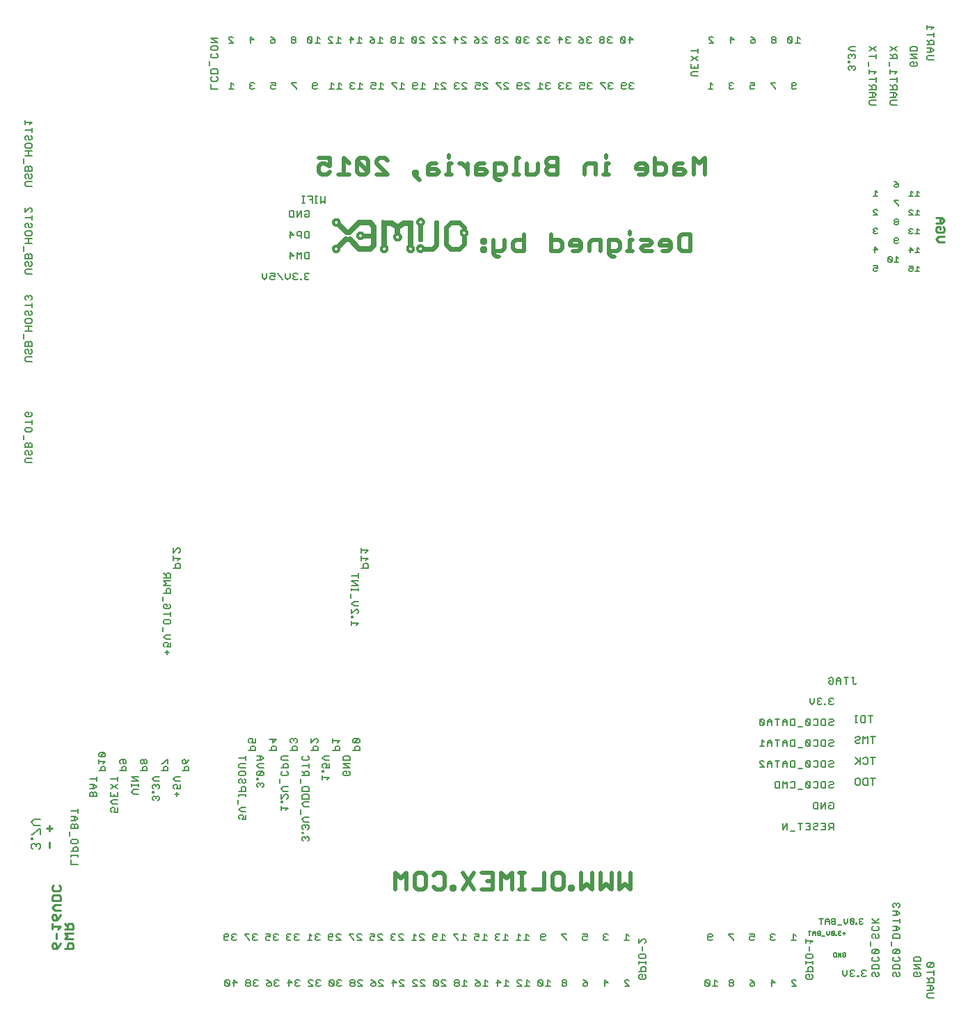
<source format=gbo>
G04 EAGLE Gerber RS-274X export*
G75*
%MOMM*%
%FSLAX34Y34*%
%LPD*%
%INBottom Silkscreen*%
%IPPOS*%
%AMOC8*
5,1,8,0,0,1.08239X$1,22.5*%
G01*
%ADD10C,0.254000*%
%ADD11C,0.203200*%
%ADD12C,0.508000*%
%ADD13C,0.152400*%
%ADD14C,0.127000*%
%ADD15C,0.609600*%
%ADD16C,0.558800*%
%ADD17C,0.660400*%
%ADD18C,0.355600*%
%ADD19C,0.304800*%
%ADD20C,0.177800*%


D10*
X48269Y71549D02*
X46574Y68160D01*
X43184Y64770D01*
X39795Y64770D01*
X38100Y66465D01*
X38100Y69854D01*
X39795Y71549D01*
X41490Y71549D01*
X43184Y69854D01*
X43184Y64770D01*
X43184Y76464D02*
X43184Y83243D01*
X44879Y88158D02*
X48269Y91548D01*
X38100Y91548D01*
X38100Y94937D02*
X38100Y88158D01*
X46574Y103241D02*
X48269Y106631D01*
X46574Y103241D02*
X43184Y99852D01*
X39795Y99852D01*
X38100Y101547D01*
X38100Y104936D01*
X39795Y106631D01*
X41490Y106631D01*
X43184Y104936D01*
X43184Y99852D01*
X41490Y111546D02*
X48269Y111546D01*
X41490Y111546D02*
X38100Y114935D01*
X41490Y118325D01*
X48269Y118325D01*
X48269Y123240D02*
X38100Y123240D01*
X38100Y128324D01*
X39795Y130019D01*
X46574Y130019D01*
X48269Y128324D01*
X48269Y123240D01*
X48269Y140018D02*
X46574Y141713D01*
X48269Y140018D02*
X48269Y136629D01*
X46574Y134934D01*
X39795Y134934D01*
X38100Y136629D01*
X38100Y140018D01*
X39795Y141713D01*
X34294Y208016D02*
X34294Y214795D01*
X30905Y211406D02*
X37684Y211406D01*
X34294Y194475D02*
X34294Y187696D01*
D11*
X736682Y82811D02*
X739394Y80099D01*
X736682Y82811D02*
X736682Y74676D01*
X733971Y74676D02*
X739394Y74676D01*
X713994Y81455D02*
X712638Y82811D01*
X709927Y82811D01*
X708571Y81455D01*
X708571Y80099D01*
X709927Y78743D01*
X711282Y78743D01*
X709927Y78743D02*
X708571Y77388D01*
X708571Y76032D01*
X709927Y74676D01*
X712638Y74676D01*
X713994Y76032D01*
X688594Y82811D02*
X683171Y82811D01*
X688594Y82811D02*
X688594Y78743D01*
X685882Y80099D01*
X684527Y80099D01*
X683171Y78743D01*
X683171Y76032D01*
X684527Y74676D01*
X687238Y74676D01*
X688594Y76032D01*
X663194Y82811D02*
X657771Y82811D01*
X657771Y81455D01*
X663194Y76032D01*
X663194Y74676D01*
X637794Y76032D02*
X636438Y74676D01*
X633727Y74676D01*
X632371Y76032D01*
X632371Y81455D01*
X633727Y82811D01*
X636438Y82811D01*
X637794Y81455D01*
X637794Y80099D01*
X636438Y78743D01*
X632371Y78743D01*
X617474Y80099D02*
X614762Y82811D01*
X614762Y74676D01*
X612051Y74676D02*
X617474Y74676D01*
X608119Y80099D02*
X605407Y82811D01*
X605407Y74676D01*
X602696Y74676D02*
X608119Y74676D01*
X592074Y80099D02*
X589362Y82811D01*
X589362Y74676D01*
X586651Y74676D02*
X592074Y74676D01*
X582719Y81455D02*
X581363Y82811D01*
X578651Y82811D01*
X577296Y81455D01*
X577296Y80099D01*
X578651Y78743D01*
X580007Y78743D01*
X578651Y78743D02*
X577296Y77388D01*
X577296Y76032D01*
X578651Y74676D01*
X581363Y74676D01*
X582719Y76032D01*
X566674Y80099D02*
X563962Y82811D01*
X563962Y74676D01*
X561251Y74676D02*
X566674Y74676D01*
X557319Y82811D02*
X551896Y82811D01*
X557319Y82811D02*
X557319Y78743D01*
X554607Y80099D01*
X553251Y80099D01*
X551896Y78743D01*
X551896Y76032D01*
X553251Y74676D01*
X555963Y74676D01*
X557319Y76032D01*
X541274Y80099D02*
X538562Y82811D01*
X538562Y74676D01*
X535851Y74676D02*
X541274Y74676D01*
X531919Y82811D02*
X526496Y82811D01*
X526496Y81455D01*
X531919Y76032D01*
X531919Y74676D01*
X515874Y80099D02*
X513162Y82811D01*
X513162Y74676D01*
X510451Y74676D02*
X515874Y74676D01*
X506519Y76032D02*
X505163Y74676D01*
X502451Y74676D01*
X501096Y76032D01*
X501096Y81455D01*
X502451Y82811D01*
X505163Y82811D01*
X506519Y81455D01*
X506519Y80099D01*
X505163Y78743D01*
X501096Y78743D01*
X490474Y74676D02*
X485051Y74676D01*
X490474Y74676D02*
X485051Y80099D01*
X485051Y81455D01*
X486407Y82811D01*
X489118Y82811D01*
X490474Y81455D01*
X481119Y80099D02*
X478407Y82811D01*
X478407Y74676D01*
X475696Y74676D02*
X481119Y74676D01*
X465074Y74676D02*
X459651Y74676D01*
X465074Y74676D02*
X459651Y80099D01*
X459651Y81455D01*
X461007Y82811D01*
X463718Y82811D01*
X465074Y81455D01*
X455719Y81455D02*
X454363Y82811D01*
X451651Y82811D01*
X450296Y81455D01*
X450296Y80099D01*
X451651Y78743D01*
X453007Y78743D01*
X451651Y78743D02*
X450296Y77388D01*
X450296Y76032D01*
X451651Y74676D01*
X454363Y74676D01*
X455719Y76032D01*
X439674Y74676D02*
X434251Y74676D01*
X439674Y74676D02*
X434251Y80099D01*
X434251Y81455D01*
X435607Y82811D01*
X438318Y82811D01*
X439674Y81455D01*
X430319Y82811D02*
X424896Y82811D01*
X430319Y82811D02*
X430319Y78743D01*
X427607Y80099D01*
X426251Y80099D01*
X424896Y78743D01*
X424896Y76032D01*
X426251Y74676D01*
X428963Y74676D01*
X430319Y76032D01*
X414274Y74676D02*
X408851Y74676D01*
X414274Y74676D02*
X408851Y80099D01*
X408851Y81455D01*
X410207Y82811D01*
X412918Y82811D01*
X414274Y81455D01*
X404919Y82811D02*
X399496Y82811D01*
X399496Y81455D01*
X404919Y76032D01*
X404919Y74676D01*
X388874Y74676D02*
X383451Y74676D01*
X388874Y74676D02*
X383451Y80099D01*
X383451Y81455D01*
X384807Y82811D01*
X387518Y82811D01*
X388874Y81455D01*
X379519Y76032D02*
X378163Y74676D01*
X375451Y74676D01*
X374096Y76032D01*
X374096Y81455D01*
X375451Y82811D01*
X378163Y82811D01*
X379519Y81455D01*
X379519Y80099D01*
X378163Y78743D01*
X374096Y78743D01*
X363474Y81455D02*
X362118Y82811D01*
X359407Y82811D01*
X358051Y81455D01*
X358051Y80099D01*
X359407Y78743D01*
X360762Y78743D01*
X359407Y78743D02*
X358051Y77388D01*
X358051Y76032D01*
X359407Y74676D01*
X362118Y74676D01*
X363474Y76032D01*
X354119Y80099D02*
X351407Y82811D01*
X351407Y74676D01*
X348696Y74676D02*
X354119Y74676D01*
X338074Y81455D02*
X336718Y82811D01*
X334007Y82811D01*
X332651Y81455D01*
X332651Y80099D01*
X334007Y78743D01*
X335362Y78743D01*
X334007Y78743D02*
X332651Y77388D01*
X332651Y76032D01*
X334007Y74676D01*
X336718Y74676D01*
X338074Y76032D01*
X328719Y81455D02*
X327363Y82811D01*
X324651Y82811D01*
X323296Y81455D01*
X323296Y80099D01*
X324651Y78743D01*
X326007Y78743D01*
X324651Y78743D02*
X323296Y77388D01*
X323296Y76032D01*
X324651Y74676D01*
X327363Y74676D01*
X328719Y76032D01*
X312674Y81455D02*
X311318Y82811D01*
X308607Y82811D01*
X307251Y81455D01*
X307251Y80099D01*
X308607Y78743D01*
X309962Y78743D01*
X308607Y78743D02*
X307251Y77388D01*
X307251Y76032D01*
X308607Y74676D01*
X311318Y74676D01*
X312674Y76032D01*
X303319Y82811D02*
X297896Y82811D01*
X303319Y82811D02*
X303319Y78743D01*
X300607Y80099D01*
X299251Y80099D01*
X297896Y78743D01*
X297896Y76032D01*
X299251Y74676D01*
X301963Y74676D01*
X303319Y76032D01*
X287274Y81455D02*
X285918Y82811D01*
X283207Y82811D01*
X281851Y81455D01*
X281851Y80099D01*
X283207Y78743D01*
X284562Y78743D01*
X283207Y78743D02*
X281851Y77388D01*
X281851Y76032D01*
X283207Y74676D01*
X285918Y74676D01*
X287274Y76032D01*
X277919Y82811D02*
X272496Y82811D01*
X272496Y81455D01*
X277919Y76032D01*
X277919Y74676D01*
X261874Y81455D02*
X260518Y82811D01*
X257807Y82811D01*
X256451Y81455D01*
X256451Y80099D01*
X257807Y78743D01*
X259162Y78743D01*
X257807Y78743D02*
X256451Y77388D01*
X256451Y76032D01*
X257807Y74676D01*
X260518Y74676D01*
X261874Y76032D01*
X252519Y76032D02*
X251163Y74676D01*
X248451Y74676D01*
X247096Y76032D01*
X247096Y81455D01*
X248451Y82811D01*
X251163Y82811D01*
X252519Y81455D01*
X252519Y80099D01*
X251163Y78743D01*
X247096Y78743D01*
X258737Y26931D02*
X258737Y18796D01*
X262804Y22863D02*
X258737Y26931D01*
X257381Y22863D02*
X262804Y22863D01*
X253449Y20152D02*
X253449Y25575D01*
X252093Y26931D01*
X249382Y26931D01*
X248026Y25575D01*
X248026Y20152D01*
X249382Y18796D01*
X252093Y18796D01*
X253449Y20152D01*
X248026Y25575D01*
X286849Y26931D02*
X288204Y25575D01*
X286849Y26931D02*
X284137Y26931D01*
X282781Y25575D01*
X282781Y24219D01*
X284137Y22863D01*
X285493Y22863D01*
X284137Y22863D02*
X282781Y21508D01*
X282781Y20152D01*
X284137Y18796D01*
X286849Y18796D01*
X288204Y20152D01*
X278849Y25575D02*
X277493Y26931D01*
X274782Y26931D01*
X273426Y25575D01*
X273426Y24219D01*
X274782Y22863D01*
X273426Y21508D01*
X273426Y20152D01*
X274782Y18796D01*
X277493Y18796D01*
X278849Y20152D01*
X278849Y21508D01*
X277493Y22863D01*
X278849Y24219D01*
X278849Y25575D01*
X277493Y22863D02*
X274782Y22863D01*
X312249Y26931D02*
X313604Y25575D01*
X312249Y26931D02*
X309537Y26931D01*
X308181Y25575D01*
X308181Y24219D01*
X309537Y22863D01*
X310893Y22863D01*
X309537Y22863D02*
X308181Y21508D01*
X308181Y20152D01*
X309537Y18796D01*
X312249Y18796D01*
X313604Y20152D01*
X301538Y25575D02*
X298826Y26931D01*
X301538Y25575D02*
X304249Y22863D01*
X304249Y20152D01*
X302893Y18796D01*
X300182Y18796D01*
X298826Y20152D01*
X298826Y21508D01*
X300182Y22863D01*
X304249Y22863D01*
X337649Y26931D02*
X339004Y25575D01*
X337649Y26931D02*
X334937Y26931D01*
X333581Y25575D01*
X333581Y24219D01*
X334937Y22863D01*
X336293Y22863D01*
X334937Y22863D02*
X333581Y21508D01*
X333581Y20152D01*
X334937Y18796D01*
X337649Y18796D01*
X339004Y20152D01*
X325582Y18796D02*
X325582Y26931D01*
X329649Y22863D01*
X324226Y22863D01*
X363049Y26931D02*
X364404Y25575D01*
X363049Y26931D02*
X360337Y26931D01*
X358981Y25575D01*
X358981Y24219D01*
X360337Y22863D01*
X361693Y22863D01*
X360337Y22863D02*
X358981Y21508D01*
X358981Y20152D01*
X360337Y18796D01*
X363049Y18796D01*
X364404Y20152D01*
X355049Y18796D02*
X349626Y18796D01*
X355049Y18796D02*
X349626Y24219D01*
X349626Y25575D01*
X350982Y26931D01*
X353693Y26931D01*
X355049Y25575D01*
X388449Y26931D02*
X389804Y25575D01*
X388449Y26931D02*
X385737Y26931D01*
X384381Y25575D01*
X384381Y24219D01*
X385737Y22863D01*
X387093Y22863D01*
X385737Y22863D02*
X384381Y21508D01*
X384381Y20152D01*
X385737Y18796D01*
X388449Y18796D01*
X389804Y20152D01*
X380449Y20152D02*
X380449Y25575D01*
X379093Y26931D01*
X376382Y26931D01*
X375026Y25575D01*
X375026Y20152D01*
X376382Y18796D01*
X379093Y18796D01*
X380449Y20152D01*
X375026Y25575D01*
X409781Y18796D02*
X415204Y18796D01*
X409781Y24219D01*
X409781Y25575D01*
X411137Y26931D01*
X413849Y26931D01*
X415204Y25575D01*
X405849Y25575D02*
X404493Y26931D01*
X401782Y26931D01*
X400426Y25575D01*
X400426Y24219D01*
X401782Y22863D01*
X400426Y21508D01*
X400426Y20152D01*
X401782Y18796D01*
X404493Y18796D01*
X405849Y20152D01*
X405849Y21508D01*
X404493Y22863D01*
X405849Y24219D01*
X405849Y25575D01*
X404493Y22863D02*
X401782Y22863D01*
X435181Y18796D02*
X440604Y18796D01*
X435181Y24219D01*
X435181Y25575D01*
X436537Y26931D01*
X439249Y26931D01*
X440604Y25575D01*
X428538Y25575D02*
X425826Y26931D01*
X428538Y25575D02*
X431249Y22863D01*
X431249Y20152D01*
X429893Y18796D01*
X427182Y18796D01*
X425826Y20152D01*
X425826Y21508D01*
X427182Y22863D01*
X431249Y22863D01*
X460581Y18796D02*
X466004Y18796D01*
X460581Y24219D01*
X460581Y25575D01*
X461937Y26931D01*
X464649Y26931D01*
X466004Y25575D01*
X452582Y26931D02*
X452582Y18796D01*
X456649Y22863D02*
X452582Y26931D01*
X451226Y22863D02*
X456649Y22863D01*
X485981Y18796D02*
X491404Y18796D01*
X485981Y24219D01*
X485981Y25575D01*
X487337Y26931D01*
X490049Y26931D01*
X491404Y25575D01*
X482049Y18796D02*
X476626Y18796D01*
X482049Y18796D02*
X476626Y24219D01*
X476626Y25575D01*
X477982Y26931D01*
X480693Y26931D01*
X482049Y25575D01*
X511381Y18796D02*
X516804Y18796D01*
X511381Y24219D01*
X511381Y25575D01*
X512737Y26931D01*
X515449Y26931D01*
X516804Y25575D01*
X507449Y25575D02*
X507449Y20152D01*
X507449Y25575D02*
X506093Y26931D01*
X503382Y26931D01*
X502026Y25575D01*
X502026Y20152D01*
X503382Y18796D01*
X506093Y18796D01*
X507449Y20152D01*
X502026Y25575D01*
X539493Y26931D02*
X542204Y24219D01*
X539493Y26931D02*
X539493Y18796D01*
X542204Y18796D02*
X536781Y18796D01*
X532849Y25575D02*
X531493Y26931D01*
X528782Y26931D01*
X527426Y25575D01*
X527426Y24219D01*
X528782Y22863D01*
X527426Y21508D01*
X527426Y20152D01*
X528782Y18796D01*
X531493Y18796D01*
X532849Y20152D01*
X532849Y21508D01*
X531493Y22863D01*
X532849Y24219D01*
X532849Y25575D01*
X531493Y22863D02*
X528782Y22863D01*
X564893Y26931D02*
X567604Y24219D01*
X564893Y26931D02*
X564893Y18796D01*
X567604Y18796D02*
X562181Y18796D01*
X555538Y25575D02*
X552826Y26931D01*
X555538Y25575D02*
X558249Y22863D01*
X558249Y20152D01*
X556893Y18796D01*
X554182Y18796D01*
X552826Y20152D01*
X552826Y21508D01*
X554182Y22863D01*
X558249Y22863D01*
X590293Y26931D02*
X593004Y24219D01*
X590293Y26931D02*
X590293Y18796D01*
X593004Y18796D02*
X587581Y18796D01*
X579582Y18796D02*
X579582Y26931D01*
X583649Y22863D01*
X578226Y22863D01*
X615693Y26931D02*
X618404Y24219D01*
X615693Y26931D02*
X615693Y18796D01*
X618404Y18796D02*
X612981Y18796D01*
X609049Y18796D02*
X603626Y18796D01*
X609049Y18796D02*
X603626Y24219D01*
X603626Y25575D01*
X604982Y26931D01*
X607693Y26931D01*
X609049Y25575D01*
X641093Y26931D02*
X643804Y24219D01*
X641093Y26931D02*
X641093Y18796D01*
X643804Y18796D02*
X638381Y18796D01*
X634449Y20152D02*
X634449Y25575D01*
X633093Y26931D01*
X630382Y26931D01*
X629026Y25575D01*
X629026Y20152D01*
X630382Y18796D01*
X633093Y18796D01*
X634449Y20152D01*
X629026Y25575D01*
X662303Y26931D02*
X663659Y25575D01*
X662303Y26931D02*
X659592Y26931D01*
X658236Y25575D01*
X658236Y24219D01*
X659592Y22863D01*
X658236Y21508D01*
X658236Y20152D01*
X659592Y18796D01*
X662303Y18796D01*
X663659Y20152D01*
X663659Y21508D01*
X662303Y22863D01*
X663659Y24219D01*
X663659Y25575D01*
X662303Y22863D02*
X659592Y22863D01*
X683636Y26931D02*
X686348Y25575D01*
X689059Y22863D01*
X689059Y20152D01*
X687703Y18796D01*
X684992Y18796D01*
X683636Y20152D01*
X683636Y21508D01*
X684992Y22863D01*
X689059Y22863D01*
X710392Y18796D02*
X710392Y26931D01*
X714459Y22863D01*
X709036Y22863D01*
X734436Y18796D02*
X739859Y18796D01*
X734436Y24219D01*
X734436Y25575D01*
X735792Y26931D01*
X738503Y26931D01*
X739859Y25575D01*
X740407Y1166876D02*
X740407Y1175011D01*
X744474Y1170943D01*
X739051Y1170943D01*
X735119Y1168232D02*
X735119Y1173655D01*
X733763Y1175011D01*
X731051Y1175011D01*
X729696Y1173655D01*
X729696Y1168232D01*
X731051Y1166876D01*
X733763Y1166876D01*
X735119Y1168232D01*
X729696Y1173655D01*
X719074Y1173655D02*
X717718Y1175011D01*
X715007Y1175011D01*
X713651Y1173655D01*
X713651Y1172299D01*
X715007Y1170943D01*
X716362Y1170943D01*
X715007Y1170943D02*
X713651Y1169588D01*
X713651Y1168232D01*
X715007Y1166876D01*
X717718Y1166876D01*
X719074Y1168232D01*
X709719Y1173655D02*
X708363Y1175011D01*
X705651Y1175011D01*
X704296Y1173655D01*
X704296Y1172299D01*
X705651Y1170943D01*
X704296Y1169588D01*
X704296Y1168232D01*
X705651Y1166876D01*
X708363Y1166876D01*
X709719Y1168232D01*
X709719Y1169588D01*
X708363Y1170943D01*
X709719Y1172299D01*
X709719Y1173655D01*
X708363Y1170943D02*
X705651Y1170943D01*
X693674Y1173655D02*
X692318Y1175011D01*
X689607Y1175011D01*
X688251Y1173655D01*
X688251Y1172299D01*
X689607Y1170943D01*
X690962Y1170943D01*
X689607Y1170943D02*
X688251Y1169588D01*
X688251Y1168232D01*
X689607Y1166876D01*
X692318Y1166876D01*
X693674Y1168232D01*
X681607Y1173655D02*
X678896Y1175011D01*
X681607Y1173655D02*
X684319Y1170943D01*
X684319Y1168232D01*
X682963Y1166876D01*
X680251Y1166876D01*
X678896Y1168232D01*
X678896Y1169588D01*
X680251Y1170943D01*
X684319Y1170943D01*
X668274Y1173655D02*
X666918Y1175011D01*
X664207Y1175011D01*
X662851Y1173655D01*
X662851Y1172299D01*
X664207Y1170943D01*
X665562Y1170943D01*
X664207Y1170943D02*
X662851Y1169588D01*
X662851Y1168232D01*
X664207Y1166876D01*
X666918Y1166876D01*
X668274Y1168232D01*
X654851Y1166876D02*
X654851Y1175011D01*
X658919Y1170943D01*
X653496Y1170943D01*
X642874Y1173655D02*
X641518Y1175011D01*
X638807Y1175011D01*
X637451Y1173655D01*
X637451Y1172299D01*
X638807Y1170943D01*
X640162Y1170943D01*
X638807Y1170943D02*
X637451Y1169588D01*
X637451Y1168232D01*
X638807Y1166876D01*
X641518Y1166876D01*
X642874Y1168232D01*
X633519Y1166876D02*
X628096Y1166876D01*
X633519Y1166876D02*
X628096Y1172299D01*
X628096Y1173655D01*
X629451Y1175011D01*
X632163Y1175011D01*
X633519Y1173655D01*
X617474Y1173655D02*
X616118Y1175011D01*
X613407Y1175011D01*
X612051Y1173655D01*
X612051Y1172299D01*
X613407Y1170943D01*
X614762Y1170943D01*
X613407Y1170943D02*
X612051Y1169588D01*
X612051Y1168232D01*
X613407Y1166876D01*
X616118Y1166876D01*
X617474Y1168232D01*
X608119Y1168232D02*
X608119Y1173655D01*
X606763Y1175011D01*
X604051Y1175011D01*
X602696Y1173655D01*
X602696Y1168232D01*
X604051Y1166876D01*
X606763Y1166876D01*
X608119Y1168232D01*
X602696Y1173655D01*
X592074Y1166876D02*
X586651Y1166876D01*
X592074Y1166876D02*
X586651Y1172299D01*
X586651Y1173655D01*
X588007Y1175011D01*
X590718Y1175011D01*
X592074Y1173655D01*
X582719Y1173655D02*
X581363Y1175011D01*
X578651Y1175011D01*
X577296Y1173655D01*
X577296Y1172299D01*
X578651Y1170943D01*
X577296Y1169588D01*
X577296Y1168232D01*
X578651Y1166876D01*
X581363Y1166876D01*
X582719Y1168232D01*
X582719Y1169588D01*
X581363Y1170943D01*
X582719Y1172299D01*
X582719Y1173655D01*
X581363Y1170943D02*
X578651Y1170943D01*
X566674Y1166876D02*
X561251Y1166876D01*
X566674Y1166876D02*
X561251Y1172299D01*
X561251Y1173655D01*
X562607Y1175011D01*
X565318Y1175011D01*
X566674Y1173655D01*
X554607Y1173655D02*
X551896Y1175011D01*
X554607Y1173655D02*
X557319Y1170943D01*
X557319Y1168232D01*
X555963Y1166876D01*
X553251Y1166876D01*
X551896Y1168232D01*
X551896Y1169588D01*
X553251Y1170943D01*
X557319Y1170943D01*
X541274Y1166876D02*
X535851Y1166876D01*
X541274Y1166876D02*
X535851Y1172299D01*
X535851Y1173655D01*
X537207Y1175011D01*
X539918Y1175011D01*
X541274Y1173655D01*
X527851Y1175011D02*
X527851Y1166876D01*
X531919Y1170943D02*
X527851Y1175011D01*
X526496Y1170943D02*
X531919Y1170943D01*
X515874Y1166876D02*
X510451Y1166876D01*
X515874Y1166876D02*
X510451Y1172299D01*
X510451Y1173655D01*
X511807Y1175011D01*
X514518Y1175011D01*
X515874Y1173655D01*
X506519Y1166876D02*
X501096Y1166876D01*
X506519Y1166876D02*
X501096Y1172299D01*
X501096Y1173655D01*
X502451Y1175011D01*
X505163Y1175011D01*
X506519Y1173655D01*
X490474Y1166876D02*
X485051Y1166876D01*
X490474Y1166876D02*
X485051Y1172299D01*
X485051Y1173655D01*
X486407Y1175011D01*
X489118Y1175011D01*
X490474Y1173655D01*
X481119Y1173655D02*
X481119Y1168232D01*
X481119Y1173655D02*
X479763Y1175011D01*
X477051Y1175011D01*
X475696Y1173655D01*
X475696Y1168232D01*
X477051Y1166876D01*
X479763Y1166876D01*
X481119Y1168232D01*
X475696Y1173655D01*
X465074Y1172299D02*
X462362Y1175011D01*
X462362Y1166876D01*
X459651Y1166876D02*
X465074Y1166876D01*
X455719Y1173655D02*
X454363Y1175011D01*
X451651Y1175011D01*
X450296Y1173655D01*
X450296Y1172299D01*
X451651Y1170943D01*
X450296Y1169588D01*
X450296Y1168232D01*
X451651Y1166876D01*
X454363Y1166876D01*
X455719Y1168232D01*
X455719Y1169588D01*
X454363Y1170943D01*
X455719Y1172299D01*
X455719Y1173655D01*
X454363Y1170943D02*
X451651Y1170943D01*
X439674Y1172299D02*
X436962Y1175011D01*
X436962Y1166876D01*
X434251Y1166876D02*
X439674Y1166876D01*
X427607Y1173655D02*
X424896Y1175011D01*
X427607Y1173655D02*
X430319Y1170943D01*
X430319Y1168232D01*
X428963Y1166876D01*
X426251Y1166876D01*
X424896Y1168232D01*
X424896Y1169588D01*
X426251Y1170943D01*
X430319Y1170943D01*
X414274Y1172299D02*
X411562Y1175011D01*
X411562Y1166876D01*
X408851Y1166876D02*
X414274Y1166876D01*
X400851Y1166876D02*
X400851Y1175011D01*
X404919Y1170943D01*
X399496Y1170943D01*
X388874Y1172299D02*
X386162Y1175011D01*
X386162Y1166876D01*
X383451Y1166876D02*
X388874Y1166876D01*
X379519Y1166876D02*
X374096Y1166876D01*
X379519Y1166876D02*
X374096Y1172299D01*
X374096Y1173655D01*
X375451Y1175011D01*
X378163Y1175011D01*
X379519Y1173655D01*
X363474Y1172299D02*
X360762Y1175011D01*
X360762Y1166876D01*
X358051Y1166876D02*
X363474Y1166876D01*
X354119Y1168232D02*
X354119Y1173655D01*
X352763Y1175011D01*
X350051Y1175011D01*
X348696Y1173655D01*
X348696Y1168232D01*
X350051Y1166876D01*
X352763Y1166876D01*
X354119Y1168232D01*
X348696Y1173655D01*
X334264Y1173655D02*
X332908Y1175011D01*
X330197Y1175011D01*
X328841Y1173655D01*
X328841Y1172299D01*
X330197Y1170943D01*
X328841Y1169588D01*
X328841Y1168232D01*
X330197Y1166876D01*
X332908Y1166876D01*
X334264Y1168232D01*
X334264Y1169588D01*
X332908Y1170943D01*
X334264Y1172299D01*
X334264Y1173655D01*
X332908Y1170943D02*
X330197Y1170943D01*
X306152Y1173655D02*
X303441Y1175011D01*
X306152Y1173655D02*
X308864Y1170943D01*
X308864Y1168232D01*
X307508Y1166876D01*
X304797Y1166876D01*
X303441Y1168232D01*
X303441Y1169588D01*
X304797Y1170943D01*
X308864Y1170943D01*
X279397Y1166876D02*
X279397Y1175011D01*
X283464Y1170943D01*
X278041Y1170943D01*
X258064Y1166876D02*
X252641Y1166876D01*
X258064Y1166876D02*
X252641Y1172299D01*
X252641Y1173655D01*
X253997Y1175011D01*
X256708Y1175011D01*
X258064Y1173655D01*
X255818Y1119131D02*
X258529Y1116419D01*
X255818Y1119131D02*
X255818Y1110996D01*
X258529Y1110996D02*
X253106Y1110996D01*
X282573Y1119131D02*
X283929Y1117775D01*
X282573Y1119131D02*
X279862Y1119131D01*
X278506Y1117775D01*
X278506Y1116419D01*
X279862Y1115063D01*
X281218Y1115063D01*
X279862Y1115063D02*
X278506Y1113708D01*
X278506Y1112352D01*
X279862Y1110996D01*
X282573Y1110996D01*
X283929Y1112352D01*
X303906Y1119131D02*
X309329Y1119131D01*
X309329Y1115063D01*
X306618Y1116419D01*
X305262Y1116419D01*
X303906Y1115063D01*
X303906Y1112352D01*
X305262Y1110996D01*
X307973Y1110996D01*
X309329Y1112352D01*
X329306Y1119131D02*
X334729Y1119131D01*
X329306Y1119131D02*
X329306Y1117775D01*
X334729Y1112352D01*
X334729Y1110996D01*
X358773Y1110996D02*
X360129Y1112352D01*
X358773Y1110996D02*
X356062Y1110996D01*
X354706Y1112352D01*
X354706Y1117775D01*
X356062Y1119131D01*
X358773Y1119131D01*
X360129Y1117775D01*
X360129Y1116419D01*
X358773Y1115063D01*
X354706Y1115063D01*
X387093Y1119131D02*
X389804Y1116419D01*
X387093Y1119131D02*
X387093Y1110996D01*
X389804Y1110996D02*
X384381Y1110996D01*
X380449Y1116419D02*
X377738Y1119131D01*
X377738Y1110996D01*
X380449Y1110996D02*
X375026Y1110996D01*
X412493Y1119131D02*
X415204Y1116419D01*
X412493Y1119131D02*
X412493Y1110996D01*
X415204Y1110996D02*
X409781Y1110996D01*
X405849Y1117775D02*
X404493Y1119131D01*
X401782Y1119131D01*
X400426Y1117775D01*
X400426Y1116419D01*
X401782Y1115063D01*
X403138Y1115063D01*
X401782Y1115063D02*
X400426Y1113708D01*
X400426Y1112352D01*
X401782Y1110996D01*
X404493Y1110996D01*
X405849Y1112352D01*
X437893Y1119131D02*
X440604Y1116419D01*
X437893Y1119131D02*
X437893Y1110996D01*
X440604Y1110996D02*
X435181Y1110996D01*
X431249Y1119131D02*
X425826Y1119131D01*
X431249Y1119131D02*
X431249Y1115063D01*
X428538Y1116419D01*
X427182Y1116419D01*
X425826Y1115063D01*
X425826Y1112352D01*
X427182Y1110996D01*
X429893Y1110996D01*
X431249Y1112352D01*
X463293Y1119131D02*
X466004Y1116419D01*
X463293Y1119131D02*
X463293Y1110996D01*
X466004Y1110996D02*
X460581Y1110996D01*
X456649Y1119131D02*
X451226Y1119131D01*
X451226Y1117775D01*
X456649Y1112352D01*
X456649Y1110996D01*
X488693Y1119131D02*
X491404Y1116419D01*
X488693Y1119131D02*
X488693Y1110996D01*
X491404Y1110996D02*
X485981Y1110996D01*
X482049Y1112352D02*
X480693Y1110996D01*
X477982Y1110996D01*
X476626Y1112352D01*
X476626Y1117775D01*
X477982Y1119131D01*
X480693Y1119131D01*
X482049Y1117775D01*
X482049Y1116419D01*
X480693Y1115063D01*
X476626Y1115063D01*
X511381Y1110996D02*
X516804Y1110996D01*
X511381Y1116419D01*
X511381Y1117775D01*
X512737Y1119131D01*
X515449Y1119131D01*
X516804Y1117775D01*
X507449Y1116419D02*
X504738Y1119131D01*
X504738Y1110996D01*
X507449Y1110996D02*
X502026Y1110996D01*
X536781Y1110996D02*
X542204Y1110996D01*
X536781Y1116419D01*
X536781Y1117775D01*
X538137Y1119131D01*
X540849Y1119131D01*
X542204Y1117775D01*
X532849Y1117775D02*
X531493Y1119131D01*
X528782Y1119131D01*
X527426Y1117775D01*
X527426Y1116419D01*
X528782Y1115063D01*
X530138Y1115063D01*
X528782Y1115063D02*
X527426Y1113708D01*
X527426Y1112352D01*
X528782Y1110996D01*
X531493Y1110996D01*
X532849Y1112352D01*
X562181Y1110996D02*
X567604Y1110996D01*
X562181Y1116419D01*
X562181Y1117775D01*
X563537Y1119131D01*
X566249Y1119131D01*
X567604Y1117775D01*
X558249Y1119131D02*
X552826Y1119131D01*
X558249Y1119131D02*
X558249Y1115063D01*
X555538Y1116419D01*
X554182Y1116419D01*
X552826Y1115063D01*
X552826Y1112352D01*
X554182Y1110996D01*
X556893Y1110996D01*
X558249Y1112352D01*
X587581Y1110996D02*
X593004Y1110996D01*
X587581Y1116419D01*
X587581Y1117775D01*
X588937Y1119131D01*
X591649Y1119131D01*
X593004Y1117775D01*
X583649Y1119131D02*
X578226Y1119131D01*
X578226Y1117775D01*
X583649Y1112352D01*
X583649Y1110996D01*
X612981Y1110996D02*
X618404Y1110996D01*
X612981Y1116419D01*
X612981Y1117775D01*
X614337Y1119131D01*
X617049Y1119131D01*
X618404Y1117775D01*
X609049Y1112352D02*
X607693Y1110996D01*
X604982Y1110996D01*
X603626Y1112352D01*
X603626Y1117775D01*
X604982Y1119131D01*
X607693Y1119131D01*
X609049Y1117775D01*
X609049Y1116419D01*
X607693Y1115063D01*
X603626Y1115063D01*
X642449Y1119131D02*
X643804Y1117775D01*
X642449Y1119131D02*
X639737Y1119131D01*
X638381Y1117775D01*
X638381Y1116419D01*
X639737Y1115063D01*
X641093Y1115063D01*
X639737Y1115063D02*
X638381Y1113708D01*
X638381Y1112352D01*
X639737Y1110996D01*
X642449Y1110996D01*
X643804Y1112352D01*
X634449Y1116419D02*
X631738Y1119131D01*
X631738Y1110996D01*
X634449Y1110996D02*
X629026Y1110996D01*
X667849Y1119131D02*
X669204Y1117775D01*
X667849Y1119131D02*
X665137Y1119131D01*
X663781Y1117775D01*
X663781Y1116419D01*
X665137Y1115063D01*
X666493Y1115063D01*
X665137Y1115063D02*
X663781Y1113708D01*
X663781Y1112352D01*
X665137Y1110996D01*
X667849Y1110996D01*
X669204Y1112352D01*
X659849Y1117775D02*
X658493Y1119131D01*
X655782Y1119131D01*
X654426Y1117775D01*
X654426Y1116419D01*
X655782Y1115063D01*
X657138Y1115063D01*
X655782Y1115063D02*
X654426Y1113708D01*
X654426Y1112352D01*
X655782Y1110996D01*
X658493Y1110996D01*
X659849Y1112352D01*
X693249Y1119131D02*
X694604Y1117775D01*
X693249Y1119131D02*
X690537Y1119131D01*
X689181Y1117775D01*
X689181Y1116419D01*
X690537Y1115063D01*
X691893Y1115063D01*
X690537Y1115063D02*
X689181Y1113708D01*
X689181Y1112352D01*
X690537Y1110996D01*
X693249Y1110996D01*
X694604Y1112352D01*
X685249Y1119131D02*
X679826Y1119131D01*
X685249Y1119131D02*
X685249Y1115063D01*
X682538Y1116419D01*
X681182Y1116419D01*
X679826Y1115063D01*
X679826Y1112352D01*
X681182Y1110996D01*
X683893Y1110996D01*
X685249Y1112352D01*
X718649Y1119131D02*
X720004Y1117775D01*
X718649Y1119131D02*
X715937Y1119131D01*
X714581Y1117775D01*
X714581Y1116419D01*
X715937Y1115063D01*
X717293Y1115063D01*
X715937Y1115063D02*
X714581Y1113708D01*
X714581Y1112352D01*
X715937Y1110996D01*
X718649Y1110996D01*
X720004Y1112352D01*
X710649Y1119131D02*
X705226Y1119131D01*
X705226Y1117775D01*
X710649Y1112352D01*
X710649Y1110996D01*
X744049Y1119131D02*
X745404Y1117775D01*
X744049Y1119131D02*
X741337Y1119131D01*
X739981Y1117775D01*
X739981Y1116419D01*
X741337Y1115063D01*
X742693Y1115063D01*
X741337Y1115063D02*
X739981Y1113708D01*
X739981Y1112352D01*
X741337Y1110996D01*
X744049Y1110996D01*
X745404Y1112352D01*
X736049Y1112352D02*
X734693Y1110996D01*
X731982Y1110996D01*
X730626Y1112352D01*
X730626Y1117775D01*
X731982Y1119131D01*
X734693Y1119131D01*
X736049Y1117775D01*
X736049Y1116419D01*
X734693Y1115063D01*
X730626Y1115063D01*
X939882Y82811D02*
X942594Y80099D01*
X939882Y82811D02*
X939882Y74676D01*
X937171Y74676D02*
X942594Y74676D01*
X917194Y81455D02*
X915838Y82811D01*
X913127Y82811D01*
X911771Y81455D01*
X911771Y80099D01*
X913127Y78743D01*
X914482Y78743D01*
X913127Y78743D02*
X911771Y77388D01*
X911771Y76032D01*
X913127Y74676D01*
X915838Y74676D01*
X917194Y76032D01*
X891794Y82811D02*
X886371Y82811D01*
X891794Y82811D02*
X891794Y78743D01*
X889082Y80099D01*
X887727Y80099D01*
X886371Y78743D01*
X886371Y76032D01*
X887727Y74676D01*
X890438Y74676D01*
X891794Y76032D01*
X866394Y82811D02*
X860971Y82811D01*
X860971Y81455D01*
X866394Y76032D01*
X866394Y74676D01*
X840994Y76032D02*
X839638Y74676D01*
X836927Y74676D01*
X835571Y76032D01*
X835571Y81455D01*
X836927Y82811D01*
X839638Y82811D01*
X840994Y81455D01*
X840994Y80099D01*
X839638Y78743D01*
X835571Y78743D01*
X841459Y1116419D02*
X838748Y1119131D01*
X838748Y1110996D01*
X841459Y1110996D02*
X836036Y1110996D01*
X865503Y1119131D02*
X866859Y1117775D01*
X865503Y1119131D02*
X862792Y1119131D01*
X861436Y1117775D01*
X861436Y1116419D01*
X862792Y1115063D01*
X864148Y1115063D01*
X862792Y1115063D02*
X861436Y1113708D01*
X861436Y1112352D01*
X862792Y1110996D01*
X865503Y1110996D01*
X866859Y1112352D01*
X886836Y1119131D02*
X892259Y1119131D01*
X892259Y1115063D01*
X889548Y1116419D01*
X888192Y1116419D01*
X886836Y1115063D01*
X886836Y1112352D01*
X888192Y1110996D01*
X890903Y1110996D01*
X892259Y1112352D01*
X912236Y1119131D02*
X917659Y1119131D01*
X912236Y1119131D02*
X912236Y1117775D01*
X917659Y1112352D01*
X917659Y1110996D01*
X941703Y1110996D02*
X943059Y1112352D01*
X941703Y1110996D02*
X938992Y1110996D01*
X937636Y1112352D01*
X937636Y1117775D01*
X938992Y1119131D01*
X941703Y1119131D01*
X943059Y1117775D01*
X943059Y1116419D01*
X941703Y1115063D01*
X937636Y1115063D01*
X844293Y26931D02*
X847004Y24219D01*
X844293Y26931D02*
X844293Y18796D01*
X847004Y18796D02*
X841581Y18796D01*
X837649Y20152D02*
X837649Y25575D01*
X836293Y26931D01*
X833582Y26931D01*
X832226Y25575D01*
X832226Y20152D01*
X833582Y18796D01*
X836293Y18796D01*
X837649Y20152D01*
X832226Y25575D01*
X865503Y26931D02*
X866859Y25575D01*
X865503Y26931D02*
X862792Y26931D01*
X861436Y25575D01*
X861436Y24219D01*
X862792Y22863D01*
X861436Y21508D01*
X861436Y20152D01*
X862792Y18796D01*
X865503Y18796D01*
X866859Y20152D01*
X866859Y21508D01*
X865503Y22863D01*
X866859Y24219D01*
X866859Y25575D01*
X865503Y22863D02*
X862792Y22863D01*
X886836Y26931D02*
X889548Y25575D01*
X892259Y22863D01*
X892259Y20152D01*
X890903Y18796D01*
X888192Y18796D01*
X886836Y20152D01*
X886836Y21508D01*
X888192Y22863D01*
X892259Y22863D01*
X913592Y18796D02*
X913592Y26931D01*
X917659Y22863D01*
X912236Y22863D01*
X937636Y18796D02*
X943059Y18796D01*
X937636Y24219D01*
X937636Y25575D01*
X938992Y26931D01*
X941703Y26931D01*
X943059Y25575D01*
X947674Y1172299D02*
X944962Y1175011D01*
X944962Y1166876D01*
X942251Y1166876D02*
X947674Y1166876D01*
X938319Y1168232D02*
X938319Y1173655D01*
X936963Y1175011D01*
X934251Y1175011D01*
X932896Y1173655D01*
X932896Y1168232D01*
X934251Y1166876D01*
X936963Y1166876D01*
X938319Y1168232D01*
X932896Y1173655D01*
X918464Y1173655D02*
X917108Y1175011D01*
X914397Y1175011D01*
X913041Y1173655D01*
X913041Y1172299D01*
X914397Y1170943D01*
X913041Y1169588D01*
X913041Y1168232D01*
X914397Y1166876D01*
X917108Y1166876D01*
X918464Y1168232D01*
X918464Y1169588D01*
X917108Y1170943D01*
X918464Y1172299D01*
X918464Y1173655D01*
X917108Y1170943D02*
X914397Y1170943D01*
X890352Y1173655D02*
X887641Y1175011D01*
X890352Y1173655D02*
X893064Y1170943D01*
X893064Y1168232D01*
X891708Y1166876D01*
X888997Y1166876D01*
X887641Y1168232D01*
X887641Y1169588D01*
X888997Y1170943D01*
X893064Y1170943D01*
X863597Y1166876D02*
X863597Y1175011D01*
X867664Y1170943D01*
X862241Y1170943D01*
X842264Y1166876D02*
X836841Y1166876D01*
X842264Y1166876D02*
X836841Y1172299D01*
X836841Y1173655D01*
X838197Y1175011D01*
X840908Y1175011D01*
X842264Y1173655D01*
D10*
X1116164Y924814D02*
X1122943Y924814D01*
X1116164Y924814D02*
X1112774Y928204D01*
X1116164Y931593D01*
X1122943Y931593D01*
X1122943Y941592D02*
X1121248Y943287D01*
X1122943Y941592D02*
X1122943Y938203D01*
X1121248Y936508D01*
X1114469Y936508D01*
X1112774Y938203D01*
X1112774Y941592D01*
X1114469Y943287D01*
X1117858Y943287D01*
X1117858Y939898D01*
X1119553Y948202D02*
X1112774Y948202D01*
X1119553Y948202D02*
X1122943Y951592D01*
X1119553Y954981D01*
X1112774Y954981D01*
X1117858Y954981D02*
X1117858Y948202D01*
D12*
X741680Y156989D02*
X741680Y136652D01*
X734901Y143431D01*
X728122Y136652D01*
X728122Y156989D01*
X718292Y156989D02*
X718292Y136652D01*
X711513Y143431D01*
X704734Y136652D01*
X704734Y156989D01*
X694904Y156989D02*
X694904Y136652D01*
X688125Y143431D01*
X681346Y136652D01*
X681346Y156989D01*
X671516Y140042D02*
X671516Y136652D01*
X671516Y140042D02*
X668127Y140042D01*
X668127Y136652D01*
X671516Y136652D01*
X656433Y156989D02*
X649653Y156989D01*
X656433Y156989D02*
X659822Y153600D01*
X659822Y140042D01*
X656433Y136652D01*
X649653Y136652D01*
X646264Y140042D01*
X646264Y153600D01*
X649653Y156989D01*
X636434Y156989D02*
X636434Y136652D01*
X622876Y136652D01*
X613046Y136652D02*
X606267Y136652D01*
X609657Y136652D02*
X609657Y156989D01*
X613046Y156989D02*
X606267Y156989D01*
X597454Y156989D02*
X597454Y136652D01*
X590675Y150210D02*
X597454Y156989D01*
X590675Y150210D02*
X583896Y156989D01*
X583896Y136652D01*
X574066Y156989D02*
X560508Y156989D01*
X574066Y156989D02*
X574066Y136652D01*
X560508Y136652D01*
X567287Y146821D02*
X574066Y146821D01*
X550678Y156989D02*
X537120Y136652D01*
X550678Y136652D02*
X537120Y156989D01*
X527290Y140042D02*
X527290Y136652D01*
X527290Y140042D02*
X523901Y140042D01*
X523901Y136652D01*
X527290Y136652D01*
X505428Y156989D02*
X502038Y153600D01*
X505428Y156989D02*
X512207Y156989D01*
X515596Y153600D01*
X515596Y140042D01*
X512207Y136652D01*
X505428Y136652D01*
X502038Y140042D01*
X488819Y156989D02*
X482040Y156989D01*
X488819Y156989D02*
X492208Y153600D01*
X492208Y140042D01*
X488819Y136652D01*
X482040Y136652D01*
X478650Y140042D01*
X478650Y153600D01*
X482040Y156989D01*
X468820Y156989D02*
X468820Y136652D01*
X462041Y150210D02*
X468820Y156989D01*
X462041Y150210D02*
X455262Y156989D01*
X455262Y136652D01*
X831850Y1007110D02*
X831850Y1027447D01*
X825071Y1020668D01*
X818292Y1027447D01*
X818292Y1007110D01*
X805072Y1020668D02*
X798293Y1020668D01*
X794904Y1017279D01*
X794904Y1007110D01*
X805072Y1007110D01*
X808462Y1010500D01*
X805072Y1013889D01*
X794904Y1013889D01*
X771516Y1007110D02*
X771516Y1027447D01*
X771516Y1007110D02*
X781685Y1007110D01*
X785074Y1010500D01*
X785074Y1017279D01*
X781685Y1020668D01*
X771516Y1020668D01*
X758297Y1007110D02*
X751517Y1007110D01*
X758297Y1007110D02*
X761686Y1010500D01*
X761686Y1017279D01*
X758297Y1020668D01*
X751517Y1020668D01*
X748128Y1017279D01*
X748128Y1013889D01*
X761686Y1013889D01*
X714910Y1020668D02*
X711521Y1020668D01*
X711521Y1007110D01*
X714910Y1007110D02*
X708131Y1007110D01*
X711521Y1027447D02*
X711521Y1030837D01*
X699318Y1020668D02*
X699318Y1007110D01*
X699318Y1020668D02*
X689150Y1020668D01*
X685760Y1017279D01*
X685760Y1007110D01*
X652542Y1007110D02*
X652542Y1027447D01*
X642374Y1027447D01*
X638984Y1024058D01*
X638984Y1020668D01*
X642374Y1017279D01*
X638984Y1013889D01*
X638984Y1010500D01*
X642374Y1007110D01*
X652542Y1007110D01*
X652542Y1017279D02*
X642374Y1017279D01*
X629154Y1020668D02*
X629154Y1010500D01*
X625765Y1007110D01*
X615596Y1007110D01*
X615596Y1020668D01*
X605766Y1027447D02*
X602377Y1027447D01*
X602377Y1007110D01*
X605766Y1007110D02*
X598987Y1007110D01*
X583395Y1000331D02*
X580006Y1000331D01*
X576616Y1003720D01*
X576616Y1020668D01*
X586785Y1020668D01*
X590174Y1017279D01*
X590174Y1010500D01*
X586785Y1007110D01*
X576616Y1007110D01*
X563397Y1020668D02*
X556618Y1020668D01*
X553228Y1017279D01*
X553228Y1007110D01*
X563397Y1007110D01*
X566786Y1010500D01*
X563397Y1013889D01*
X553228Y1013889D01*
X543398Y1007110D02*
X543398Y1020668D01*
X543398Y1013889D02*
X536619Y1020668D01*
X533230Y1020668D01*
X523908Y1020668D02*
X520519Y1020668D01*
X520519Y1007110D01*
X523908Y1007110D02*
X517129Y1007110D01*
X520519Y1027447D02*
X520519Y1030837D01*
X504927Y1020668D02*
X498148Y1020668D01*
X494758Y1017279D01*
X494758Y1007110D01*
X504927Y1007110D01*
X508316Y1010500D01*
X504927Y1013889D01*
X494758Y1013889D01*
X484929Y1000331D02*
X478149Y1007110D01*
X478149Y1010500D01*
X481539Y1010500D01*
X481539Y1007110D01*
X478149Y1007110D01*
X445949Y1007110D02*
X432390Y1007110D01*
X432390Y1020668D02*
X445949Y1007110D01*
X432390Y1020668D02*
X432390Y1024058D01*
X435780Y1027447D01*
X442559Y1027447D01*
X445949Y1024058D01*
X422561Y1024058D02*
X422561Y1010500D01*
X422561Y1024058D02*
X419171Y1027447D01*
X412392Y1027447D01*
X409002Y1024058D01*
X409002Y1010500D01*
X412392Y1007110D01*
X419171Y1007110D01*
X422561Y1010500D01*
X409002Y1024058D01*
X399173Y1020668D02*
X392394Y1027447D01*
X392394Y1007110D01*
X399173Y1007110D02*
X385614Y1007110D01*
X375785Y1027447D02*
X362226Y1027447D01*
X375785Y1027447D02*
X375785Y1017279D01*
X369006Y1020668D01*
X365616Y1020668D01*
X362226Y1017279D01*
X362226Y1010500D01*
X365616Y1007110D01*
X372395Y1007110D01*
X375785Y1010500D01*
X814324Y934229D02*
X814324Y913892D01*
X804155Y913892D01*
X800766Y917282D01*
X800766Y930840D01*
X804155Y934229D01*
X814324Y934229D01*
X787546Y913892D02*
X780767Y913892D01*
X787546Y913892D02*
X790936Y917282D01*
X790936Y924061D01*
X787546Y927450D01*
X780767Y927450D01*
X777378Y924061D01*
X777378Y920671D01*
X790936Y920671D01*
X767548Y913892D02*
X757379Y913892D01*
X753990Y917282D01*
X757379Y920671D01*
X764159Y920671D01*
X767548Y924061D01*
X764159Y927450D01*
X753990Y927450D01*
X744160Y927450D02*
X740771Y927450D01*
X740771Y913892D01*
X744160Y913892D02*
X737381Y913892D01*
X740771Y934229D02*
X740771Y937619D01*
X721789Y907113D02*
X718399Y907113D01*
X715010Y910502D01*
X715010Y927450D01*
X725179Y927450D01*
X728568Y924061D01*
X728568Y917282D01*
X725179Y913892D01*
X715010Y913892D01*
X705180Y913892D02*
X705180Y927450D01*
X695011Y927450D01*
X691622Y924061D01*
X691622Y913892D01*
X678403Y913892D02*
X671624Y913892D01*
X678403Y913892D02*
X681792Y917282D01*
X681792Y924061D01*
X678403Y927450D01*
X671624Y927450D01*
X668234Y924061D01*
X668234Y920671D01*
X681792Y920671D01*
X644846Y913892D02*
X644846Y934229D01*
X644846Y913892D02*
X655015Y913892D01*
X658404Y917282D01*
X658404Y924061D01*
X655015Y927450D01*
X644846Y927450D01*
X611628Y934229D02*
X611628Y913892D01*
X601460Y913892D01*
X598070Y917282D01*
X598070Y924061D01*
X601460Y927450D01*
X611628Y927450D01*
X588240Y927450D02*
X588240Y917282D01*
X584851Y913892D01*
X574682Y913892D01*
X574682Y910502D02*
X574682Y927450D01*
X574682Y910502D02*
X578072Y907113D01*
X581461Y907113D01*
X564852Y927450D02*
X561463Y927450D01*
X561463Y924061D01*
X564852Y924061D01*
X564852Y927450D01*
X564852Y917282D02*
X561463Y917282D01*
X561463Y913892D01*
X564852Y913892D01*
X564852Y917282D01*
D11*
X23377Y187419D02*
X21598Y185639D01*
X23377Y187419D02*
X23377Y190978D01*
X21598Y192757D01*
X19818Y192757D01*
X18039Y190978D01*
X18039Y189198D01*
X18039Y190978D02*
X16259Y192757D01*
X14480Y192757D01*
X12700Y190978D01*
X12700Y187419D01*
X14480Y185639D01*
X14480Y197333D02*
X12700Y197333D01*
X14480Y197333D02*
X14480Y199113D01*
X12700Y199113D01*
X12700Y197333D01*
X23377Y203180D02*
X23377Y210298D01*
X21598Y210298D01*
X14480Y203180D01*
X12700Y203180D01*
X16259Y214874D02*
X23377Y214874D01*
X16259Y214874D02*
X12700Y218433D01*
X16259Y221992D01*
X23377Y221992D01*
X345097Y961819D02*
X346453Y963175D01*
X349164Y963175D01*
X350520Y961819D01*
X350520Y956396D01*
X349164Y955040D01*
X346453Y955040D01*
X345097Y956396D01*
X345097Y959107D01*
X347808Y959107D01*
X341165Y955040D02*
X341165Y963175D01*
X335742Y955040D01*
X335742Y963175D01*
X331810Y963175D02*
X331810Y955040D01*
X327742Y955040D01*
X326386Y956396D01*
X326386Y961819D01*
X327742Y963175D01*
X331810Y963175D01*
X350520Y937775D02*
X350520Y929640D01*
X346453Y929640D01*
X345097Y930996D01*
X345097Y936419D01*
X346453Y937775D01*
X350520Y937775D01*
X341165Y937775D02*
X341165Y929640D01*
X341165Y937775D02*
X337097Y937775D01*
X335742Y936419D01*
X335742Y933707D01*
X337097Y932352D01*
X341165Y932352D01*
X327742Y929640D02*
X327742Y937775D01*
X331810Y933707D01*
X326386Y933707D01*
X350520Y912375D02*
X350520Y904240D01*
X346453Y904240D01*
X345097Y905596D01*
X345097Y911019D01*
X346453Y912375D01*
X350520Y912375D01*
X341165Y912375D02*
X341165Y904240D01*
X338453Y909663D02*
X341165Y912375D01*
X338453Y909663D02*
X335742Y912375D01*
X335742Y904240D01*
X327742Y904240D02*
X327742Y912375D01*
X331810Y908307D01*
X326386Y908307D01*
X349164Y886975D02*
X350520Y885619D01*
X349164Y886975D02*
X346453Y886975D01*
X345097Y885619D01*
X345097Y884263D01*
X346453Y882907D01*
X347808Y882907D01*
X346453Y882907D02*
X345097Y881552D01*
X345097Y880196D01*
X346453Y878840D01*
X349164Y878840D01*
X350520Y880196D01*
X341165Y880196D02*
X341165Y878840D01*
X341165Y880196D02*
X339809Y880196D01*
X339809Y878840D01*
X341165Y878840D01*
X336487Y885619D02*
X335131Y886975D01*
X332420Y886975D01*
X331064Y885619D01*
X331064Y884263D01*
X332420Y882907D01*
X333776Y882907D01*
X332420Y882907D02*
X331064Y881552D01*
X331064Y880196D01*
X332420Y878840D01*
X335131Y878840D01*
X336487Y880196D01*
X327132Y881552D02*
X327132Y886975D01*
X327132Y881552D02*
X324420Y878840D01*
X321709Y881552D01*
X321709Y886975D01*
X317777Y878840D02*
X312354Y886975D01*
X308422Y886975D02*
X302998Y886975D01*
X308422Y886975D02*
X308422Y882907D01*
X305710Y884263D01*
X304354Y884263D01*
X302998Y882907D01*
X302998Y880196D01*
X304354Y878840D01*
X307066Y878840D01*
X308422Y880196D01*
X299066Y881552D02*
X299066Y886975D01*
X299066Y881552D02*
X296355Y878840D01*
X293643Y881552D01*
X293643Y886975D01*
X1026836Y38615D02*
X1028192Y37259D01*
X1026836Y38615D02*
X1024125Y38615D01*
X1022769Y37259D01*
X1022769Y35903D01*
X1024125Y34547D01*
X1025480Y34547D01*
X1024125Y34547D02*
X1022769Y33192D01*
X1022769Y31836D01*
X1024125Y30480D01*
X1026836Y30480D01*
X1028192Y31836D01*
X1018837Y31836D02*
X1018837Y30480D01*
X1018837Y31836D02*
X1017481Y31836D01*
X1017481Y30480D01*
X1018837Y30480D01*
X1014159Y37259D02*
X1012803Y38615D01*
X1010092Y38615D01*
X1008736Y37259D01*
X1008736Y35903D01*
X1010092Y34547D01*
X1011448Y34547D01*
X1010092Y34547D02*
X1008736Y33192D01*
X1008736Y31836D01*
X1010092Y30480D01*
X1012803Y30480D01*
X1014159Y31836D01*
X1004804Y33192D02*
X1004804Y38615D01*
X1004804Y33192D02*
X1002092Y30480D01*
X999381Y33192D01*
X999381Y38615D01*
X1042083Y35903D02*
X1043439Y34547D01*
X1043439Y31836D01*
X1042083Y30480D01*
X1040727Y30480D01*
X1039371Y31836D01*
X1039371Y34547D01*
X1038016Y35903D01*
X1036660Y35903D01*
X1035304Y34547D01*
X1035304Y31836D01*
X1036660Y30480D01*
X1035304Y39835D02*
X1043439Y39835D01*
X1035304Y39835D02*
X1035304Y43903D01*
X1036660Y45258D01*
X1042083Y45258D01*
X1043439Y43903D01*
X1043439Y39835D01*
X1043439Y53258D02*
X1042083Y54614D01*
X1043439Y53258D02*
X1043439Y50546D01*
X1042083Y49190D01*
X1036660Y49190D01*
X1035304Y50546D01*
X1035304Y53258D01*
X1036660Y54614D01*
X1036660Y58546D02*
X1042083Y58546D01*
X1043439Y59901D01*
X1043439Y62613D01*
X1042083Y63969D01*
X1036660Y63969D01*
X1035304Y62613D01*
X1035304Y59901D01*
X1036660Y58546D01*
X1042083Y63969D01*
X1033948Y67901D02*
X1033948Y73324D01*
X1042083Y82679D02*
X1043439Y81323D01*
X1043439Y78612D01*
X1042083Y77256D01*
X1040727Y77256D01*
X1039371Y78612D01*
X1039371Y81323D01*
X1038016Y82679D01*
X1036660Y82679D01*
X1035304Y81323D01*
X1035304Y78612D01*
X1036660Y77256D01*
X1043439Y90679D02*
X1042083Y92034D01*
X1043439Y90679D02*
X1043439Y87967D01*
X1042083Y86611D01*
X1036660Y86611D01*
X1035304Y87967D01*
X1035304Y90679D01*
X1036660Y92034D01*
X1035304Y95966D02*
X1043439Y95966D01*
X1038016Y95966D02*
X1043439Y101390D01*
X1039371Y97322D02*
X1035304Y101390D01*
X1067483Y35903D02*
X1068839Y34547D01*
X1068839Y31836D01*
X1067483Y30480D01*
X1066127Y30480D01*
X1064771Y31836D01*
X1064771Y34547D01*
X1063416Y35903D01*
X1062060Y35903D01*
X1060704Y34547D01*
X1060704Y31836D01*
X1062060Y30480D01*
X1060704Y39835D02*
X1068839Y39835D01*
X1060704Y39835D02*
X1060704Y43903D01*
X1062060Y45258D01*
X1067483Y45258D01*
X1068839Y43903D01*
X1068839Y39835D01*
X1068839Y53258D02*
X1067483Y54614D01*
X1068839Y53258D02*
X1068839Y50546D01*
X1067483Y49190D01*
X1062060Y49190D01*
X1060704Y50546D01*
X1060704Y53258D01*
X1062060Y54614D01*
X1062060Y58546D02*
X1067483Y58546D01*
X1068839Y59901D01*
X1068839Y62613D01*
X1067483Y63969D01*
X1062060Y63969D01*
X1060704Y62613D01*
X1060704Y59901D01*
X1062060Y58546D01*
X1067483Y63969D01*
X1059348Y67901D02*
X1059348Y73324D01*
X1060704Y77256D02*
X1068839Y77256D01*
X1060704Y77256D02*
X1060704Y81323D01*
X1062060Y82679D01*
X1067483Y82679D01*
X1068839Y81323D01*
X1068839Y77256D01*
X1066127Y86611D02*
X1060704Y86611D01*
X1066127Y86611D02*
X1068839Y89323D01*
X1066127Y92034D01*
X1060704Y92034D01*
X1064771Y92034D02*
X1064771Y86611D01*
X1060704Y98678D02*
X1068839Y98678D01*
X1068839Y95966D02*
X1068839Y101390D01*
X1066127Y105322D02*
X1060704Y105322D01*
X1066127Y105322D02*
X1068839Y108033D01*
X1066127Y110745D01*
X1060704Y110745D01*
X1064771Y110745D02*
X1064771Y105322D01*
X1067483Y114677D02*
X1068839Y116033D01*
X1068839Y118744D01*
X1067483Y120100D01*
X1066127Y120100D01*
X1064771Y118744D01*
X1064771Y117388D01*
X1064771Y118744D02*
X1063416Y120100D01*
X1062060Y120100D01*
X1060704Y118744D01*
X1060704Y116033D01*
X1062060Y114677D01*
X1092883Y35903D02*
X1094239Y34547D01*
X1094239Y31836D01*
X1092883Y30480D01*
X1087460Y30480D01*
X1086104Y31836D01*
X1086104Y34547D01*
X1087460Y35903D01*
X1090171Y35903D01*
X1090171Y33192D01*
X1086104Y39835D02*
X1094239Y39835D01*
X1086104Y45258D01*
X1094239Y45258D01*
X1094239Y49190D02*
X1086104Y49190D01*
X1086104Y53258D01*
X1087460Y54614D01*
X1092883Y54614D01*
X1094239Y53258D01*
X1094239Y49190D01*
D13*
X1041654Y985100D02*
X1039451Y987304D01*
X1039451Y980694D01*
X1041654Y980694D02*
X1037248Y980694D01*
X1037248Y957834D02*
X1041654Y957834D01*
X1037248Y962240D01*
X1037248Y963342D01*
X1038349Y964444D01*
X1040552Y964444D01*
X1041654Y963342D01*
X1040552Y941584D02*
X1041654Y940482D01*
X1040552Y941584D02*
X1038349Y941584D01*
X1037248Y940482D01*
X1037248Y939380D01*
X1038349Y938279D01*
X1039451Y938279D01*
X1038349Y938279D02*
X1037248Y937177D01*
X1037248Y936076D01*
X1038349Y934974D01*
X1040552Y934974D01*
X1041654Y936076D01*
X1038349Y918724D02*
X1038349Y912114D01*
X1041654Y915419D02*
X1038349Y918724D01*
X1037248Y915419D02*
X1041654Y915419D01*
X1041654Y895864D02*
X1037248Y895864D01*
X1041654Y895864D02*
X1041654Y892559D01*
X1039451Y893660D01*
X1038349Y893660D01*
X1037248Y892559D01*
X1037248Y890356D01*
X1038349Y889254D01*
X1040552Y889254D01*
X1041654Y890356D01*
X1064851Y997378D02*
X1062648Y998480D01*
X1064851Y997378D02*
X1067054Y995175D01*
X1067054Y992972D01*
X1065952Y991870D01*
X1063749Y991870D01*
X1062648Y992972D01*
X1062648Y994073D01*
X1063749Y995175D01*
X1067054Y995175D01*
X1067054Y975620D02*
X1062648Y975620D01*
X1062648Y974518D01*
X1067054Y970112D01*
X1067054Y969010D01*
X1065952Y952760D02*
X1067054Y951658D01*
X1065952Y952760D02*
X1063749Y952760D01*
X1062648Y951658D01*
X1062648Y950556D01*
X1063749Y949455D01*
X1062648Y948353D01*
X1062648Y947252D01*
X1063749Y946150D01*
X1065952Y946150D01*
X1067054Y947252D01*
X1067054Y948353D01*
X1065952Y949455D01*
X1067054Y950556D01*
X1067054Y951658D01*
X1065952Y949455D02*
X1063749Y949455D01*
X1067054Y924392D02*
X1065952Y923290D01*
X1063749Y923290D01*
X1062648Y924392D01*
X1062648Y928798D01*
X1063749Y929900D01*
X1065952Y929900D01*
X1067054Y928798D01*
X1067054Y927696D01*
X1065952Y926595D01*
X1062648Y926595D01*
X1064851Y907040D02*
X1067054Y904836D01*
X1064851Y907040D02*
X1064851Y900430D01*
X1067054Y900430D02*
X1062648Y900430D01*
X1059570Y901532D02*
X1059570Y905938D01*
X1058468Y907040D01*
X1056265Y907040D01*
X1055163Y905938D01*
X1055163Y901532D01*
X1056265Y900430D01*
X1058468Y900430D01*
X1059570Y901532D01*
X1055163Y905938D01*
X1092454Y984846D02*
X1090251Y987050D01*
X1090251Y980440D01*
X1092454Y980440D02*
X1088048Y980440D01*
X1084970Y984846D02*
X1082767Y987050D01*
X1082767Y980440D01*
X1084970Y980440D02*
X1080563Y980440D01*
X1090251Y964190D02*
X1092454Y961986D01*
X1090251Y964190D02*
X1090251Y957580D01*
X1092454Y957580D02*
X1088048Y957580D01*
X1084970Y957580D02*
X1080563Y957580D01*
X1080563Y961986D02*
X1084970Y957580D01*
X1080563Y961986D02*
X1080563Y963088D01*
X1081665Y964190D01*
X1083868Y964190D01*
X1084970Y963088D01*
X1090251Y941330D02*
X1092454Y939126D01*
X1090251Y941330D02*
X1090251Y934720D01*
X1092454Y934720D02*
X1088048Y934720D01*
X1084970Y940228D02*
X1083868Y941330D01*
X1081665Y941330D01*
X1080563Y940228D01*
X1080563Y939126D01*
X1081665Y938025D01*
X1082767Y938025D01*
X1081665Y938025D02*
X1080563Y936923D01*
X1080563Y935822D01*
X1081665Y934720D01*
X1083868Y934720D01*
X1084970Y935822D01*
X1090251Y918470D02*
X1092454Y916266D01*
X1090251Y918470D02*
X1090251Y911860D01*
X1092454Y911860D02*
X1088048Y911860D01*
X1081665Y911860D02*
X1081665Y918470D01*
X1084970Y915165D01*
X1080563Y915165D01*
X1090251Y895610D02*
X1092454Y893406D01*
X1090251Y895610D02*
X1090251Y889000D01*
X1092454Y889000D02*
X1088048Y889000D01*
X1084970Y895610D02*
X1080563Y895610D01*
X1084970Y895610D02*
X1084970Y892305D01*
X1082767Y893406D01*
X1081665Y893406D01*
X1080563Y892305D01*
X1080563Y890102D01*
X1081665Y889000D01*
X1083868Y889000D01*
X1084970Y890102D01*
D11*
X1065791Y1092034D02*
X1059012Y1092034D01*
X1057656Y1093390D01*
X1057656Y1096102D01*
X1059012Y1097458D01*
X1065791Y1097458D01*
X1063079Y1101390D02*
X1057656Y1101390D01*
X1063079Y1101390D02*
X1065791Y1104101D01*
X1063079Y1106813D01*
X1057656Y1106813D01*
X1061723Y1106813D02*
X1061723Y1101390D01*
X1057656Y1110745D02*
X1065791Y1110745D01*
X1065791Y1114812D01*
X1064435Y1116168D01*
X1061723Y1116168D01*
X1060368Y1114812D01*
X1060368Y1110745D01*
X1060368Y1113456D02*
X1057656Y1116168D01*
X1057656Y1122812D02*
X1065791Y1122812D01*
X1065791Y1125523D02*
X1065791Y1120100D01*
X1063079Y1129455D02*
X1065791Y1132167D01*
X1057656Y1132167D01*
X1057656Y1134878D02*
X1057656Y1129455D01*
X1056300Y1138810D02*
X1056300Y1144234D01*
X1057656Y1148166D02*
X1065791Y1148166D01*
X1065791Y1152233D01*
X1064435Y1153589D01*
X1061723Y1153589D01*
X1060368Y1152233D01*
X1060368Y1148166D01*
X1060368Y1150877D02*
X1057656Y1153589D01*
X1065791Y1157521D02*
X1057656Y1162944D01*
X1057656Y1157521D02*
X1065791Y1162944D01*
X1040391Y1092034D02*
X1033612Y1092034D01*
X1032256Y1093390D01*
X1032256Y1096102D01*
X1033612Y1097458D01*
X1040391Y1097458D01*
X1037679Y1101390D02*
X1032256Y1101390D01*
X1037679Y1101390D02*
X1040391Y1104101D01*
X1037679Y1106813D01*
X1032256Y1106813D01*
X1036323Y1106813D02*
X1036323Y1101390D01*
X1032256Y1110745D02*
X1040391Y1110745D01*
X1040391Y1114812D01*
X1039035Y1116168D01*
X1036323Y1116168D01*
X1034968Y1114812D01*
X1034968Y1110745D01*
X1034968Y1113456D02*
X1032256Y1116168D01*
X1032256Y1122812D02*
X1040391Y1122812D01*
X1040391Y1125523D02*
X1040391Y1120100D01*
X1037679Y1129455D02*
X1040391Y1132167D01*
X1032256Y1132167D01*
X1032256Y1134878D02*
X1032256Y1129455D01*
X1030900Y1138810D02*
X1030900Y1144234D01*
X1032256Y1150877D02*
X1040391Y1150877D01*
X1040391Y1148166D02*
X1040391Y1153589D01*
X1040391Y1157521D02*
X1032256Y1162944D01*
X1032256Y1157521D02*
X1040391Y1162944D01*
X1014991Y1135489D02*
X1013635Y1134133D01*
X1014991Y1135489D02*
X1014991Y1138200D01*
X1013635Y1139556D01*
X1012279Y1139556D01*
X1010923Y1138200D01*
X1010923Y1136844D01*
X1010923Y1138200D02*
X1009568Y1139556D01*
X1008212Y1139556D01*
X1006856Y1138200D01*
X1006856Y1135489D01*
X1008212Y1134133D01*
X1008212Y1143488D02*
X1006856Y1143488D01*
X1008212Y1143488D02*
X1008212Y1144844D01*
X1006856Y1144844D01*
X1006856Y1143488D01*
X1013635Y1148166D02*
X1014991Y1149521D01*
X1014991Y1152233D01*
X1013635Y1153589D01*
X1012279Y1153589D01*
X1010923Y1152233D01*
X1010923Y1150877D01*
X1010923Y1152233D02*
X1009568Y1153589D01*
X1008212Y1153589D01*
X1006856Y1152233D01*
X1006856Y1149521D01*
X1008212Y1148166D01*
X1009568Y1157521D02*
X1014991Y1157521D01*
X1009568Y1157521D02*
X1006856Y1160232D01*
X1009568Y1162944D01*
X1014991Y1162944D01*
X1088565Y1144234D02*
X1089921Y1142878D01*
X1089921Y1140166D01*
X1088565Y1138810D01*
X1083142Y1138810D01*
X1081786Y1140166D01*
X1081786Y1142878D01*
X1083142Y1144234D01*
X1085853Y1144234D01*
X1085853Y1141522D01*
X1081786Y1148166D02*
X1089921Y1148166D01*
X1081786Y1153589D01*
X1089921Y1153589D01*
X1089921Y1157521D02*
X1081786Y1157521D01*
X1081786Y1161588D01*
X1083142Y1162944D01*
X1088565Y1162944D01*
X1089921Y1161588D01*
X1089921Y1157521D01*
X984247Y344431D02*
X982891Y343075D01*
X984247Y344431D02*
X986958Y344431D01*
X988314Y343075D01*
X988314Y341719D01*
X986958Y340363D01*
X984247Y340363D01*
X982891Y339008D01*
X982891Y337652D01*
X984247Y336296D01*
X986958Y336296D01*
X988314Y337652D01*
X978959Y336296D02*
X978959Y344431D01*
X978959Y336296D02*
X974891Y336296D01*
X973536Y337652D01*
X973536Y343075D01*
X974891Y344431D01*
X978959Y344431D01*
X965536Y344431D02*
X964180Y343075D01*
X965536Y344431D02*
X968248Y344431D01*
X969604Y343075D01*
X969604Y337652D01*
X968248Y336296D01*
X965536Y336296D01*
X964180Y337652D01*
X960248Y337652D02*
X960248Y343075D01*
X958893Y344431D01*
X956181Y344431D01*
X954825Y343075D01*
X954825Y337652D01*
X956181Y336296D01*
X958893Y336296D01*
X960248Y337652D01*
X954825Y343075D01*
X950893Y334940D02*
X945470Y334940D01*
X941538Y336296D02*
X941538Y344431D01*
X941538Y336296D02*
X937471Y336296D01*
X936115Y337652D01*
X936115Y343075D01*
X937471Y344431D01*
X941538Y344431D01*
X932183Y341719D02*
X932183Y336296D01*
X932183Y341719D02*
X929471Y344431D01*
X926760Y341719D01*
X926760Y336296D01*
X926760Y340363D02*
X932183Y340363D01*
X920116Y336296D02*
X920116Y344431D01*
X922828Y344431D02*
X917404Y344431D01*
X913473Y341719D02*
X913473Y336296D01*
X913473Y341719D02*
X910761Y344431D01*
X908049Y341719D01*
X908049Y336296D01*
X908049Y340363D02*
X913473Y340363D01*
X904117Y337652D02*
X904117Y343075D01*
X902762Y344431D01*
X900050Y344431D01*
X898694Y343075D01*
X898694Y337652D01*
X900050Y336296D01*
X902762Y336296D01*
X904117Y337652D01*
X898694Y343075D01*
X982891Y317675D02*
X984247Y319031D01*
X986958Y319031D01*
X988314Y317675D01*
X988314Y316319D01*
X986958Y314963D01*
X984247Y314963D01*
X982891Y313608D01*
X982891Y312252D01*
X984247Y310896D01*
X986958Y310896D01*
X988314Y312252D01*
X978959Y310896D02*
X978959Y319031D01*
X978959Y310896D02*
X974891Y310896D01*
X973536Y312252D01*
X973536Y317675D01*
X974891Y319031D01*
X978959Y319031D01*
X965536Y319031D02*
X964180Y317675D01*
X965536Y319031D02*
X968248Y319031D01*
X969604Y317675D01*
X969604Y312252D01*
X968248Y310896D01*
X965536Y310896D01*
X964180Y312252D01*
X960248Y312252D02*
X960248Y317675D01*
X958893Y319031D01*
X956181Y319031D01*
X954825Y317675D01*
X954825Y312252D01*
X956181Y310896D01*
X958893Y310896D01*
X960248Y312252D01*
X954825Y317675D01*
X950893Y309540D02*
X945470Y309540D01*
X941538Y310896D02*
X941538Y319031D01*
X941538Y310896D02*
X937471Y310896D01*
X936115Y312252D01*
X936115Y317675D01*
X937471Y319031D01*
X941538Y319031D01*
X932183Y316319D02*
X932183Y310896D01*
X932183Y316319D02*
X929471Y319031D01*
X926760Y316319D01*
X926760Y310896D01*
X926760Y314963D02*
X932183Y314963D01*
X920116Y310896D02*
X920116Y319031D01*
X922828Y319031D02*
X917404Y319031D01*
X913473Y316319D02*
X913473Y310896D01*
X913473Y316319D02*
X910761Y319031D01*
X908049Y316319D01*
X908049Y310896D01*
X908049Y314963D02*
X913473Y314963D01*
X904117Y316319D02*
X901406Y319031D01*
X901406Y310896D01*
X904117Y310896D02*
X898694Y310896D01*
X982891Y292275D02*
X984247Y293631D01*
X986958Y293631D01*
X988314Y292275D01*
X988314Y290919D01*
X986958Y289563D01*
X984247Y289563D01*
X982891Y288208D01*
X982891Y286852D01*
X984247Y285496D01*
X986958Y285496D01*
X988314Y286852D01*
X978959Y285496D02*
X978959Y293631D01*
X978959Y285496D02*
X974891Y285496D01*
X973536Y286852D01*
X973536Y292275D01*
X974891Y293631D01*
X978959Y293631D01*
X965536Y293631D02*
X964180Y292275D01*
X965536Y293631D02*
X968248Y293631D01*
X969604Y292275D01*
X969604Y286852D01*
X968248Y285496D01*
X965536Y285496D01*
X964180Y286852D01*
X960248Y286852D02*
X960248Y292275D01*
X958893Y293631D01*
X956181Y293631D01*
X954825Y292275D01*
X954825Y286852D01*
X956181Y285496D01*
X958893Y285496D01*
X960248Y286852D01*
X954825Y292275D01*
X950893Y284140D02*
X945470Y284140D01*
X941538Y285496D02*
X941538Y293631D01*
X941538Y285496D02*
X937471Y285496D01*
X936115Y286852D01*
X936115Y292275D01*
X937471Y293631D01*
X941538Y293631D01*
X932183Y290919D02*
X932183Y285496D01*
X932183Y290919D02*
X929471Y293631D01*
X926760Y290919D01*
X926760Y285496D01*
X926760Y289563D02*
X932183Y289563D01*
X920116Y285496D02*
X920116Y293631D01*
X922828Y293631D02*
X917404Y293631D01*
X913473Y290919D02*
X913473Y285496D01*
X913473Y290919D02*
X910761Y293631D01*
X908049Y290919D01*
X908049Y285496D01*
X908049Y289563D02*
X913473Y289563D01*
X904117Y285496D02*
X898694Y285496D01*
X904117Y285496D02*
X898694Y290919D01*
X898694Y292275D01*
X900050Y293631D01*
X902762Y293631D01*
X904117Y292275D01*
X982891Y266875D02*
X984247Y268231D01*
X986958Y268231D01*
X988314Y266875D01*
X988314Y265519D01*
X986958Y264163D01*
X984247Y264163D01*
X982891Y262808D01*
X982891Y261452D01*
X984247Y260096D01*
X986958Y260096D01*
X988314Y261452D01*
X978959Y260096D02*
X978959Y268231D01*
X978959Y260096D02*
X974891Y260096D01*
X973536Y261452D01*
X973536Y266875D01*
X974891Y268231D01*
X978959Y268231D01*
X965536Y268231D02*
X964180Y266875D01*
X965536Y268231D02*
X968248Y268231D01*
X969604Y266875D01*
X969604Y261452D01*
X968248Y260096D01*
X965536Y260096D01*
X964180Y261452D01*
X960248Y261452D02*
X960248Y266875D01*
X958893Y268231D01*
X956181Y268231D01*
X954825Y266875D01*
X954825Y261452D01*
X956181Y260096D01*
X958893Y260096D01*
X960248Y261452D01*
X954825Y266875D01*
X950893Y258740D02*
X945470Y258740D01*
X936115Y266875D02*
X937471Y268231D01*
X940182Y268231D01*
X941538Y266875D01*
X941538Y261452D01*
X940182Y260096D01*
X937471Y260096D01*
X936115Y261452D01*
X932183Y260096D02*
X932183Y268231D01*
X929471Y265519D01*
X926760Y268231D01*
X926760Y260096D01*
X922828Y260096D02*
X922828Y268231D01*
X922828Y260096D02*
X918760Y260096D01*
X917404Y261452D01*
X917404Y266875D01*
X918760Y268231D01*
X922828Y268231D01*
X988314Y368475D02*
X986958Y369831D01*
X984247Y369831D01*
X982891Y368475D01*
X982891Y367119D01*
X984247Y365763D01*
X985602Y365763D01*
X984247Y365763D02*
X982891Y364408D01*
X982891Y363052D01*
X984247Y361696D01*
X986958Y361696D01*
X988314Y363052D01*
X978959Y363052D02*
X978959Y361696D01*
X978959Y363052D02*
X977603Y363052D01*
X977603Y361696D01*
X978959Y361696D01*
X974281Y368475D02*
X972925Y369831D01*
X970214Y369831D01*
X968858Y368475D01*
X968858Y367119D01*
X970214Y365763D01*
X971570Y365763D01*
X970214Y365763D02*
X968858Y364408D01*
X968858Y363052D01*
X970214Y361696D01*
X972925Y361696D01*
X974281Y363052D01*
X964926Y364408D02*
X964926Y369831D01*
X964926Y364408D02*
X962214Y361696D01*
X959503Y364408D01*
X959503Y369831D01*
X984247Y242831D02*
X982891Y241475D01*
X984247Y242831D02*
X986958Y242831D01*
X988314Y241475D01*
X988314Y236052D01*
X986958Y234696D01*
X984247Y234696D01*
X982891Y236052D01*
X982891Y238763D01*
X985602Y238763D01*
X978959Y234696D02*
X978959Y242831D01*
X973536Y234696D01*
X973536Y242831D01*
X969604Y242831D02*
X969604Y234696D01*
X965536Y234696D01*
X964180Y236052D01*
X964180Y241475D01*
X965536Y242831D01*
X969604Y242831D01*
X189233Y249810D02*
X189233Y255234D01*
X186522Y252522D02*
X191945Y252522D01*
X193301Y259166D02*
X193301Y264589D01*
X193301Y259166D02*
X189233Y259166D01*
X190589Y261877D01*
X190589Y263233D01*
X189233Y264589D01*
X186522Y264589D01*
X185166Y263233D01*
X185166Y260521D01*
X186522Y259166D01*
X187878Y268521D02*
X193301Y268521D01*
X187878Y268521D02*
X185166Y271232D01*
X187878Y273944D01*
X193301Y273944D01*
X167901Y246489D02*
X166545Y245133D01*
X167901Y246489D02*
X167901Y249200D01*
X166545Y250556D01*
X165189Y250556D01*
X163833Y249200D01*
X163833Y247844D01*
X163833Y249200D02*
X162478Y250556D01*
X161122Y250556D01*
X159766Y249200D01*
X159766Y246489D01*
X161122Y245133D01*
X161122Y254488D02*
X159766Y254488D01*
X161122Y254488D02*
X161122Y255844D01*
X159766Y255844D01*
X159766Y254488D01*
X166545Y259166D02*
X167901Y260521D01*
X167901Y263233D01*
X166545Y264589D01*
X165189Y264589D01*
X163833Y263233D01*
X163833Y261877D01*
X163833Y263233D02*
X162478Y264589D01*
X161122Y264589D01*
X159766Y263233D01*
X159766Y260521D01*
X161122Y259166D01*
X162478Y268521D02*
X167901Y268521D01*
X162478Y268521D02*
X159766Y271232D01*
X162478Y273944D01*
X167901Y273944D01*
X142501Y252929D02*
X137078Y252929D01*
X134366Y255640D01*
X137078Y258352D01*
X142501Y258352D01*
X134366Y262284D02*
X134366Y264996D01*
X134366Y263640D02*
X142501Y263640D01*
X142501Y262284D02*
X142501Y264996D01*
X142501Y268521D02*
X134366Y268521D01*
X134366Y273944D02*
X142501Y268521D01*
X142501Y273944D02*
X134366Y273944D01*
X117101Y236523D02*
X117101Y231100D01*
X113033Y231100D01*
X114389Y233812D01*
X114389Y235168D01*
X113033Y236523D01*
X110322Y236523D01*
X108966Y235168D01*
X108966Y232456D01*
X110322Y231100D01*
X111678Y240455D02*
X117101Y240455D01*
X111678Y240455D02*
X108966Y243167D01*
X111678Y245879D01*
X117101Y245879D01*
X117101Y249810D02*
X117101Y255234D01*
X117101Y249810D02*
X108966Y249810D01*
X108966Y255234D01*
X113033Y252522D02*
X113033Y249810D01*
X117101Y259166D02*
X108966Y264589D01*
X108966Y259166D02*
X117101Y264589D01*
X117101Y271232D02*
X108966Y271232D01*
X117101Y268521D02*
X117101Y273944D01*
X91701Y249810D02*
X83566Y249810D01*
X91701Y249810D02*
X91701Y253878D01*
X90345Y255234D01*
X88989Y255234D01*
X87633Y253878D01*
X86278Y255234D01*
X84922Y255234D01*
X83566Y253878D01*
X83566Y249810D01*
X87633Y249810D02*
X87633Y253878D01*
X88989Y259166D02*
X83566Y259166D01*
X88989Y259166D02*
X91701Y261877D01*
X88989Y264589D01*
X83566Y264589D01*
X87633Y264589D02*
X87633Y259166D01*
X83566Y271232D02*
X91701Y271232D01*
X91701Y268521D02*
X91701Y273944D01*
X398955Y280634D02*
X400311Y279278D01*
X400311Y276566D01*
X398955Y275210D01*
X393532Y275210D01*
X392176Y276566D01*
X392176Y279278D01*
X393532Y280634D01*
X396243Y280634D01*
X396243Y277922D01*
X392176Y284566D02*
X400311Y284566D01*
X392176Y289989D01*
X400311Y289989D01*
X400311Y293921D02*
X392176Y293921D01*
X392176Y297988D01*
X393532Y299344D01*
X398955Y299344D01*
X400311Y297988D01*
X400311Y293921D01*
X374911Y273244D02*
X372199Y270533D01*
X374911Y273244D02*
X366776Y273244D01*
X366776Y270533D02*
X366776Y275956D01*
X366776Y279888D02*
X368132Y279888D01*
X368132Y281244D01*
X366776Y281244D01*
X366776Y279888D01*
X374911Y284566D02*
X374911Y289989D01*
X374911Y284566D02*
X370843Y284566D01*
X372199Y287277D01*
X372199Y288633D01*
X370843Y289989D01*
X368132Y289989D01*
X366776Y288633D01*
X366776Y285921D01*
X368132Y284566D01*
X369488Y293921D02*
X374911Y293921D01*
X369488Y293921D02*
X366776Y296632D01*
X369488Y299344D01*
X374911Y299344D01*
X324619Y235824D02*
X321907Y233112D01*
X324619Y235824D02*
X316484Y235824D01*
X316484Y238535D02*
X316484Y233112D01*
X316484Y242467D02*
X317840Y242467D01*
X317840Y243823D01*
X316484Y243823D01*
X316484Y242467D01*
X316484Y247145D02*
X316484Y252568D01*
X316484Y247145D02*
X321907Y252568D01*
X323263Y252568D01*
X324619Y251212D01*
X324619Y248501D01*
X323263Y247145D01*
X324619Y256500D02*
X319196Y256500D01*
X316484Y259212D01*
X319196Y261923D01*
X324619Y261923D01*
X315128Y265855D02*
X315128Y271278D01*
X323263Y280634D02*
X324619Y279278D01*
X324619Y276566D01*
X323263Y275210D01*
X317840Y275210D01*
X316484Y276566D01*
X316484Y279278D01*
X317840Y280634D01*
X316484Y284566D02*
X324619Y284566D01*
X324619Y288633D01*
X323263Y289989D01*
X320551Y289989D01*
X319196Y288633D01*
X319196Y284566D01*
X317840Y293921D02*
X324619Y293921D01*
X317840Y293921D02*
X316484Y295277D01*
X316484Y297988D01*
X317840Y299344D01*
X324619Y299344D01*
X407759Y458480D02*
X410471Y461192D01*
X402336Y461192D01*
X402336Y458480D02*
X402336Y463904D01*
X402336Y467836D02*
X403692Y467836D01*
X403692Y469191D01*
X402336Y469191D01*
X402336Y467836D01*
X402336Y472513D02*
X402336Y477937D01*
X407759Y477937D02*
X402336Y472513D01*
X407759Y477937D02*
X409115Y477937D01*
X410471Y476581D01*
X410471Y473869D01*
X409115Y472513D01*
X410471Y481868D02*
X405048Y481868D01*
X402336Y484580D01*
X405048Y487292D01*
X410471Y487292D01*
X400980Y491224D02*
X400980Y496647D01*
X402336Y500579D02*
X402336Y503290D01*
X402336Y501935D02*
X410471Y501935D01*
X410471Y503290D02*
X410471Y500579D01*
X410471Y506816D02*
X402336Y506816D01*
X402336Y512239D02*
X410471Y506816D01*
X410471Y512239D02*
X402336Y512239D01*
X402336Y518882D02*
X410471Y518882D01*
X410471Y516171D02*
X410471Y521594D01*
X294901Y262533D02*
X293545Y261178D01*
X294901Y262533D02*
X294901Y265245D01*
X293545Y266601D01*
X292189Y266601D01*
X290833Y265245D01*
X290833Y263889D01*
X290833Y265245D02*
X289478Y266601D01*
X288122Y266601D01*
X286766Y265245D01*
X286766Y262533D01*
X288122Y261178D01*
X288122Y270533D02*
X286766Y270533D01*
X288122Y270533D02*
X288122Y271889D01*
X286766Y271889D01*
X286766Y270533D01*
X288122Y275210D02*
X293545Y275210D01*
X294901Y276566D01*
X294901Y279278D01*
X293545Y280634D01*
X288122Y280634D01*
X286766Y279278D01*
X286766Y276566D01*
X288122Y275210D01*
X293545Y280634D01*
X294901Y284566D02*
X289478Y284566D01*
X286766Y287277D01*
X289478Y289989D01*
X294901Y289989D01*
X292189Y293921D02*
X286766Y293921D01*
X292189Y293921D02*
X294901Y296632D01*
X292189Y299344D01*
X286766Y299344D01*
X290833Y299344D02*
X290833Y293921D01*
X273311Y227621D02*
X273311Y222198D01*
X269243Y222198D01*
X270599Y224909D01*
X270599Y226265D01*
X269243Y227621D01*
X266532Y227621D01*
X265176Y226265D01*
X265176Y223553D01*
X266532Y222198D01*
X267888Y231553D02*
X273311Y231553D01*
X267888Y231553D02*
X265176Y234264D01*
X267888Y236976D01*
X273311Y236976D01*
X263820Y240908D02*
X263820Y246331D01*
X265176Y250263D02*
X265176Y252975D01*
X265176Y251619D02*
X273311Y251619D01*
X273311Y250263D02*
X273311Y252975D01*
X273311Y256500D02*
X265176Y256500D01*
X273311Y256500D02*
X273311Y260567D01*
X271955Y261923D01*
X269243Y261923D01*
X267888Y260567D01*
X267888Y256500D01*
X273311Y269923D02*
X271955Y271278D01*
X273311Y269923D02*
X273311Y267211D01*
X271955Y265855D01*
X270599Y265855D01*
X269243Y267211D01*
X269243Y269923D01*
X267888Y271278D01*
X266532Y271278D01*
X265176Y269923D01*
X265176Y267211D01*
X266532Y265855D01*
X273311Y276566D02*
X273311Y279278D01*
X273311Y276566D02*
X271955Y275210D01*
X266532Y275210D01*
X265176Y276566D01*
X265176Y279278D01*
X266532Y280634D01*
X271955Y280634D01*
X273311Y279278D01*
X273311Y284566D02*
X266532Y284566D01*
X265176Y285921D01*
X265176Y288633D01*
X266532Y289989D01*
X273311Y289989D01*
X273311Y296632D02*
X265176Y296632D01*
X273311Y293921D02*
X273311Y299344D01*
X177803Y422619D02*
X177803Y428042D01*
X175092Y425331D02*
X180515Y425331D01*
X181871Y431974D02*
X181871Y437397D01*
X181871Y431974D02*
X177803Y431974D01*
X179159Y434686D01*
X179159Y436042D01*
X177803Y437397D01*
X175092Y437397D01*
X173736Y436042D01*
X173736Y433330D01*
X175092Y431974D01*
X176448Y441329D02*
X181871Y441329D01*
X176448Y441329D02*
X173736Y444041D01*
X176448Y446753D01*
X181871Y446753D01*
X172380Y450684D02*
X172380Y456108D01*
X181871Y461395D02*
X181871Y464107D01*
X181871Y461395D02*
X180515Y460040D01*
X175092Y460040D01*
X173736Y461395D01*
X173736Y464107D01*
X175092Y465463D01*
X180515Y465463D01*
X181871Y464107D01*
X181871Y472106D02*
X173736Y472106D01*
X181871Y469395D02*
X181871Y474818D01*
X181871Y482817D02*
X180515Y484173D01*
X181871Y482817D02*
X181871Y480106D01*
X180515Y478750D01*
X175092Y478750D01*
X173736Y480106D01*
X173736Y482817D01*
X175092Y484173D01*
X177803Y484173D01*
X177803Y481462D01*
X172380Y488105D02*
X172380Y493528D01*
X173736Y497460D02*
X181871Y497460D01*
X181871Y501528D01*
X180515Y502884D01*
X177803Y502884D01*
X176448Y501528D01*
X176448Y497460D01*
X173736Y506816D02*
X181871Y506816D01*
X176448Y509527D02*
X173736Y506816D01*
X176448Y509527D02*
X173736Y512239D01*
X181871Y512239D01*
X181871Y516171D02*
X173736Y516171D01*
X181871Y516171D02*
X181871Y520238D01*
X180515Y521594D01*
X177803Y521594D01*
X176448Y520238D01*
X176448Y516171D01*
X176448Y518882D02*
X173736Y521594D01*
X1033410Y348241D02*
X1033410Y340106D01*
X1036121Y348241D02*
X1030698Y348241D01*
X1026766Y348241D02*
X1026766Y340106D01*
X1022699Y340106D01*
X1021343Y341462D01*
X1021343Y346885D01*
X1022699Y348241D01*
X1026766Y348241D01*
X1017411Y340106D02*
X1014699Y340106D01*
X1016055Y340106D02*
X1016055Y348241D01*
X1017411Y348241D02*
X1014699Y348241D01*
X1036528Y322841D02*
X1036528Y314706D01*
X1039240Y322841D02*
X1033816Y322841D01*
X1029884Y322841D02*
X1029884Y314706D01*
X1027173Y320129D02*
X1029884Y322841D01*
X1027173Y320129D02*
X1024461Y322841D01*
X1024461Y314706D01*
X1016462Y322841D02*
X1015106Y321485D01*
X1016462Y322841D02*
X1019173Y322841D01*
X1020529Y321485D01*
X1020529Y320129D01*
X1019173Y318773D01*
X1016462Y318773D01*
X1015106Y317418D01*
X1015106Y316062D01*
X1016462Y314706D01*
X1019173Y314706D01*
X1020529Y316062D01*
X1036528Y297441D02*
X1036528Y289306D01*
X1039240Y297441D02*
X1033816Y297441D01*
X1025817Y297441D02*
X1024461Y296085D01*
X1025817Y297441D02*
X1028529Y297441D01*
X1029884Y296085D01*
X1029884Y290662D01*
X1028529Y289306D01*
X1025817Y289306D01*
X1024461Y290662D01*
X1020529Y289306D02*
X1020529Y297441D01*
X1020529Y292018D02*
X1015106Y297441D01*
X1019173Y293373D02*
X1015106Y289306D01*
X1036528Y272041D02*
X1036528Y263906D01*
X1039240Y272041D02*
X1033816Y272041D01*
X1029884Y272041D02*
X1029884Y263906D01*
X1025817Y263906D01*
X1024461Y265262D01*
X1024461Y270685D01*
X1025817Y272041D01*
X1029884Y272041D01*
X1019173Y272041D02*
X1016462Y272041D01*
X1019173Y272041D02*
X1020529Y270685D01*
X1020529Y265262D01*
X1019173Y263906D01*
X1016462Y263906D01*
X1015106Y265262D01*
X1015106Y270685D01*
X1016462Y272041D01*
D14*
X1003173Y83314D02*
X999953Y83314D01*
X1001563Y84924D02*
X1001563Y81704D01*
X997560Y84924D02*
X996755Y85729D01*
X995145Y85729D01*
X994340Y84924D01*
X994340Y84119D01*
X995145Y83314D01*
X995950Y83314D01*
X995145Y83314D02*
X994340Y82509D01*
X994340Y81704D01*
X995145Y80899D01*
X996755Y80899D01*
X997560Y81704D01*
X991947Y81704D02*
X991947Y80899D01*
X991947Y81704D02*
X991142Y81704D01*
X991142Y80899D01*
X991947Y80899D01*
X989140Y81704D02*
X989140Y84924D01*
X988335Y85729D01*
X986725Y85729D01*
X985920Y84924D01*
X985920Y81704D01*
X986725Y80899D01*
X988335Y80899D01*
X989140Y81704D01*
X985920Y84924D01*
X983527Y85729D02*
X983527Y82509D01*
X981917Y80899D01*
X980307Y82509D01*
X980307Y85729D01*
X977914Y80094D02*
X974694Y80094D01*
X972301Y80899D02*
X972301Y85729D01*
X969886Y85729D01*
X969081Y84924D01*
X969081Y84119D01*
X969886Y83314D01*
X969081Y82509D01*
X969081Y81704D01*
X969886Y80899D01*
X972301Y80899D01*
X972301Y83314D02*
X969886Y83314D01*
X966688Y84119D02*
X966688Y80899D01*
X966688Y84119D02*
X965078Y85729D01*
X963468Y84119D01*
X963468Y80899D01*
X963468Y83314D02*
X966688Y83314D01*
X959465Y80899D02*
X959465Y85729D01*
X961075Y85729D02*
X957855Y85729D01*
X999953Y58508D02*
X1000758Y59313D01*
X1002368Y59313D01*
X1003173Y58508D01*
X1003173Y55288D01*
X1002368Y54483D01*
X1000758Y54483D01*
X999953Y55288D01*
X999953Y56898D01*
X1001563Y56898D01*
X997560Y54483D02*
X997560Y59313D01*
X994340Y54483D01*
X994340Y59313D01*
X991947Y59313D02*
X991947Y54483D01*
X989532Y54483D01*
X988727Y55288D01*
X988727Y58508D01*
X989532Y59313D01*
X991947Y59313D01*
D11*
X350019Y197047D02*
X348663Y195691D01*
X350019Y197047D02*
X350019Y199759D01*
X348663Y201115D01*
X347307Y201115D01*
X345951Y199759D01*
X345951Y198403D01*
X345951Y199759D02*
X344596Y201115D01*
X343240Y201115D01*
X341884Y199759D01*
X341884Y197047D01*
X343240Y195691D01*
X343240Y205046D02*
X341884Y205046D01*
X343240Y205046D02*
X343240Y206402D01*
X341884Y206402D01*
X341884Y205046D01*
X348663Y209724D02*
X350019Y211080D01*
X350019Y213792D01*
X348663Y215147D01*
X347307Y215147D01*
X345951Y213792D01*
X345951Y212436D01*
X345951Y213792D02*
X344596Y215147D01*
X343240Y215147D01*
X341884Y213792D01*
X341884Y211080D01*
X343240Y209724D01*
X344596Y219079D02*
X350019Y219079D01*
X344596Y219079D02*
X341884Y221791D01*
X344596Y224503D01*
X350019Y224503D01*
X340528Y228434D02*
X340528Y233858D01*
X344596Y237790D02*
X350019Y237790D01*
X344596Y237790D02*
X341884Y240501D01*
X344596Y243213D01*
X350019Y243213D01*
X350019Y247145D02*
X341884Y247145D01*
X341884Y251212D01*
X343240Y252568D01*
X348663Y252568D01*
X350019Y251212D01*
X350019Y247145D01*
X350019Y256500D02*
X341884Y256500D01*
X341884Y260567D01*
X343240Y261923D01*
X348663Y261923D01*
X350019Y260567D01*
X350019Y256500D01*
X340528Y265855D02*
X340528Y271278D01*
X341884Y275210D02*
X350019Y275210D01*
X350019Y279278D01*
X348663Y280634D01*
X345951Y280634D01*
X344596Y279278D01*
X344596Y275210D01*
X344596Y277922D02*
X341884Y280634D01*
X341884Y287277D02*
X350019Y287277D01*
X350019Y284566D02*
X350019Y289989D01*
X350019Y297988D02*
X348663Y299344D01*
X350019Y297988D02*
X350019Y295277D01*
X348663Y293921D01*
X343240Y293921D01*
X341884Y295277D01*
X341884Y297988D01*
X343240Y299344D01*
D10*
X63509Y64770D02*
X53340Y64770D01*
X63509Y64770D02*
X63509Y69854D01*
X61814Y71549D01*
X58424Y71549D01*
X56730Y69854D01*
X56730Y64770D01*
X53340Y76464D02*
X63509Y76464D01*
X56730Y79854D02*
X53340Y76464D01*
X56730Y79854D02*
X53340Y83243D01*
X63509Y83243D01*
X63509Y88158D02*
X53340Y88158D01*
X63509Y88158D02*
X63509Y93242D01*
X61814Y94937D01*
X58424Y94937D01*
X56730Y93242D01*
X56730Y88158D01*
X56730Y91548D02*
X53340Y94937D01*
D11*
X816442Y1126915D02*
X823221Y1126915D01*
X816442Y1126915D02*
X815086Y1128271D01*
X815086Y1130983D01*
X816442Y1132339D01*
X823221Y1132339D01*
X823221Y1136270D02*
X823221Y1141694D01*
X823221Y1136270D02*
X815086Y1136270D01*
X815086Y1141694D01*
X819153Y1138982D02*
X819153Y1136270D01*
X823221Y1145626D02*
X815086Y1151049D01*
X815086Y1145626D02*
X823221Y1151049D01*
X823221Y1157692D02*
X815086Y1157692D01*
X823221Y1154981D02*
X823221Y1160404D01*
X68841Y167386D02*
X60706Y167386D01*
X60706Y172809D01*
X60706Y176741D02*
X60706Y179453D01*
X60706Y178097D02*
X68841Y178097D01*
X68841Y176741D02*
X68841Y179453D01*
X68841Y182978D02*
X60706Y182978D01*
X68841Y182978D02*
X68841Y187045D01*
X67485Y188401D01*
X64773Y188401D01*
X63418Y187045D01*
X63418Y182978D01*
X68841Y193689D02*
X68841Y196401D01*
X68841Y193689D02*
X67485Y192333D01*
X62062Y192333D01*
X60706Y193689D01*
X60706Y196401D01*
X62062Y197756D01*
X67485Y197756D01*
X68841Y196401D01*
X59350Y201688D02*
X59350Y207112D01*
X60706Y211044D02*
X68841Y211044D01*
X68841Y215111D01*
X67485Y216467D01*
X66129Y216467D01*
X64773Y215111D01*
X63418Y216467D01*
X62062Y216467D01*
X60706Y215111D01*
X60706Y211044D01*
X64773Y211044D02*
X64773Y215111D01*
X66129Y220399D02*
X60706Y220399D01*
X66129Y220399D02*
X68841Y223110D01*
X66129Y225822D01*
X60706Y225822D01*
X64773Y225822D02*
X64773Y220399D01*
X60706Y232466D02*
X68841Y232466D01*
X68841Y235177D02*
X68841Y229754D01*
X12961Y656336D02*
X6182Y656336D01*
X4826Y657692D01*
X4826Y660403D01*
X6182Y661759D01*
X12961Y661759D01*
X12961Y669759D02*
X11605Y671114D01*
X12961Y669759D02*
X12961Y667047D01*
X11605Y665691D01*
X10249Y665691D01*
X8893Y667047D01*
X8893Y669759D01*
X7538Y671114D01*
X6182Y671114D01*
X4826Y669759D01*
X4826Y667047D01*
X6182Y665691D01*
X4826Y675046D02*
X12961Y675046D01*
X12961Y679114D01*
X11605Y680470D01*
X10249Y680470D01*
X8893Y679114D01*
X7538Y680470D01*
X6182Y680470D01*
X4826Y679114D01*
X4826Y675046D01*
X8893Y675046D02*
X8893Y679114D01*
X3470Y684402D02*
X3470Y689825D01*
X12961Y695113D02*
X12961Y697824D01*
X12961Y695113D02*
X11605Y693757D01*
X6182Y693757D01*
X4826Y695113D01*
X4826Y697824D01*
X6182Y699180D01*
X11605Y699180D01*
X12961Y697824D01*
X12961Y705824D02*
X4826Y705824D01*
X12961Y708535D02*
X12961Y703112D01*
X12961Y716535D02*
X11605Y717890D01*
X12961Y716535D02*
X12961Y713823D01*
X11605Y712467D01*
X6182Y712467D01*
X4826Y713823D01*
X4826Y716535D01*
X6182Y717890D01*
X8893Y717890D01*
X8893Y715179D01*
X6182Y992886D02*
X12961Y992886D01*
X6182Y992886D02*
X4826Y994242D01*
X4826Y996953D01*
X6182Y998309D01*
X12961Y998309D01*
X12961Y1006309D02*
X11605Y1007664D01*
X12961Y1006309D02*
X12961Y1003597D01*
X11605Y1002241D01*
X10249Y1002241D01*
X8893Y1003597D01*
X8893Y1006309D01*
X7538Y1007664D01*
X6182Y1007664D01*
X4826Y1006309D01*
X4826Y1003597D01*
X6182Y1002241D01*
X4826Y1011596D02*
X12961Y1011596D01*
X12961Y1015664D01*
X11605Y1017020D01*
X10249Y1017020D01*
X8893Y1015664D01*
X7538Y1017020D01*
X6182Y1017020D01*
X4826Y1015664D01*
X4826Y1011596D01*
X8893Y1011596D02*
X8893Y1015664D01*
X3470Y1020952D02*
X3470Y1026375D01*
X4826Y1030307D02*
X12961Y1030307D01*
X8893Y1030307D02*
X8893Y1035730D01*
X4826Y1035730D02*
X12961Y1035730D01*
X12961Y1041018D02*
X12961Y1043729D01*
X12961Y1041018D02*
X11605Y1039662D01*
X6182Y1039662D01*
X4826Y1041018D01*
X4826Y1043729D01*
X6182Y1045085D01*
X11605Y1045085D01*
X12961Y1043729D01*
X12961Y1053085D02*
X11605Y1054440D01*
X12961Y1053085D02*
X12961Y1050373D01*
X11605Y1049017D01*
X10249Y1049017D01*
X8893Y1050373D01*
X8893Y1053085D01*
X7538Y1054440D01*
X6182Y1054440D01*
X4826Y1053085D01*
X4826Y1050373D01*
X6182Y1049017D01*
X4826Y1061084D02*
X12961Y1061084D01*
X12961Y1058372D02*
X12961Y1063796D01*
X10249Y1067728D02*
X12961Y1070439D01*
X4826Y1070439D01*
X4826Y1067728D02*
X4826Y1073151D01*
X6182Y886206D02*
X12961Y886206D01*
X6182Y886206D02*
X4826Y887562D01*
X4826Y890273D01*
X6182Y891629D01*
X12961Y891629D01*
X12961Y899629D02*
X11605Y900984D01*
X12961Y899629D02*
X12961Y896917D01*
X11605Y895561D01*
X10249Y895561D01*
X8893Y896917D01*
X8893Y899629D01*
X7538Y900984D01*
X6182Y900984D01*
X4826Y899629D01*
X4826Y896917D01*
X6182Y895561D01*
X4826Y904916D02*
X12961Y904916D01*
X12961Y908984D01*
X11605Y910340D01*
X10249Y910340D01*
X8893Y908984D01*
X7538Y910340D01*
X6182Y910340D01*
X4826Y908984D01*
X4826Y904916D01*
X8893Y904916D02*
X8893Y908984D01*
X3470Y914272D02*
X3470Y919695D01*
X4826Y923627D02*
X12961Y923627D01*
X8893Y923627D02*
X8893Y929050D01*
X4826Y929050D02*
X12961Y929050D01*
X12961Y934338D02*
X12961Y937049D01*
X12961Y934338D02*
X11605Y932982D01*
X6182Y932982D01*
X4826Y934338D01*
X4826Y937049D01*
X6182Y938405D01*
X11605Y938405D01*
X12961Y937049D01*
X12961Y946405D02*
X11605Y947760D01*
X12961Y946405D02*
X12961Y943693D01*
X11605Y942337D01*
X10249Y942337D01*
X8893Y943693D01*
X8893Y946405D01*
X7538Y947760D01*
X6182Y947760D01*
X4826Y946405D01*
X4826Y943693D01*
X6182Y942337D01*
X4826Y954404D02*
X12961Y954404D01*
X12961Y951692D02*
X12961Y957116D01*
X4826Y961048D02*
X4826Y966471D01*
X4826Y961048D02*
X10249Y966471D01*
X11605Y966471D01*
X12961Y965115D01*
X12961Y962403D01*
X11605Y961048D01*
X12961Y779526D02*
X6182Y779526D01*
X4826Y780882D01*
X4826Y783593D01*
X6182Y784949D01*
X12961Y784949D01*
X12961Y792949D02*
X11605Y794304D01*
X12961Y792949D02*
X12961Y790237D01*
X11605Y788881D01*
X10249Y788881D01*
X8893Y790237D01*
X8893Y792949D01*
X7538Y794304D01*
X6182Y794304D01*
X4826Y792949D01*
X4826Y790237D01*
X6182Y788881D01*
X4826Y798236D02*
X12961Y798236D01*
X12961Y802304D01*
X11605Y803660D01*
X10249Y803660D01*
X8893Y802304D01*
X7538Y803660D01*
X6182Y803660D01*
X4826Y802304D01*
X4826Y798236D01*
X8893Y798236D02*
X8893Y802304D01*
X3470Y807592D02*
X3470Y813015D01*
X4826Y816947D02*
X12961Y816947D01*
X8893Y816947D02*
X8893Y822370D01*
X4826Y822370D02*
X12961Y822370D01*
X12961Y827658D02*
X12961Y830369D01*
X12961Y827658D02*
X11605Y826302D01*
X6182Y826302D01*
X4826Y827658D01*
X4826Y830369D01*
X6182Y831725D01*
X11605Y831725D01*
X12961Y830369D01*
X12961Y839725D02*
X11605Y841080D01*
X12961Y839725D02*
X12961Y837013D01*
X11605Y835657D01*
X10249Y835657D01*
X8893Y837013D01*
X8893Y839725D01*
X7538Y841080D01*
X6182Y841080D01*
X4826Y839725D01*
X4826Y837013D01*
X6182Y835657D01*
X4826Y847724D02*
X12961Y847724D01*
X12961Y845012D02*
X12961Y850436D01*
X11605Y854368D02*
X12961Y855723D01*
X12961Y858435D01*
X11605Y859791D01*
X10249Y859791D01*
X8893Y858435D01*
X8893Y857079D01*
X8893Y858435D02*
X7538Y859791D01*
X6182Y859791D01*
X4826Y858435D01*
X4826Y855723D01*
X6182Y854368D01*
X369824Y972312D02*
X369824Y980447D01*
X367112Y975024D02*
X369824Y972312D01*
X367112Y975024D02*
X364401Y972312D01*
X364401Y980447D01*
X360469Y972312D02*
X357757Y972312D01*
X359113Y972312D02*
X359113Y980447D01*
X360469Y980447D02*
X357757Y980447D01*
X354232Y980447D02*
X354232Y972312D01*
X354232Y980447D02*
X348809Y980447D01*
X351520Y976379D02*
X354232Y976379D01*
X344877Y972312D02*
X342165Y972312D01*
X343521Y972312D02*
X343521Y980447D01*
X344877Y980447D02*
X342165Y980447D01*
X1103716Y4826D02*
X1110495Y4826D01*
X1103716Y4826D02*
X1102360Y6182D01*
X1102360Y8893D01*
X1103716Y10249D01*
X1110495Y10249D01*
X1107783Y14181D02*
X1102360Y14181D01*
X1107783Y14181D02*
X1110495Y16893D01*
X1107783Y19604D01*
X1102360Y19604D01*
X1106427Y19604D02*
X1106427Y14181D01*
X1102360Y23536D02*
X1110495Y23536D01*
X1110495Y27604D01*
X1109139Y28960D01*
X1106427Y28960D01*
X1105072Y27604D01*
X1105072Y23536D01*
X1105072Y26248D02*
X1102360Y28960D01*
X1102360Y35603D02*
X1110495Y35603D01*
X1110495Y32892D02*
X1110495Y38315D01*
X1109139Y42247D02*
X1103716Y42247D01*
X1109139Y42247D02*
X1110495Y43603D01*
X1110495Y46314D01*
X1109139Y47670D01*
X1103716Y47670D01*
X1102360Y46314D01*
X1102360Y43603D01*
X1103716Y42247D01*
X1109139Y47670D01*
X239021Y1111550D02*
X230886Y1111550D01*
X230886Y1116973D01*
X239021Y1124972D02*
X237665Y1126328D01*
X239021Y1124972D02*
X239021Y1122261D01*
X237665Y1120905D01*
X232242Y1120905D01*
X230886Y1122261D01*
X230886Y1124972D01*
X232242Y1126328D01*
X230886Y1130260D02*
X239021Y1130260D01*
X230886Y1130260D02*
X230886Y1134328D01*
X232242Y1135683D01*
X237665Y1135683D01*
X239021Y1134328D01*
X239021Y1130260D01*
X229530Y1139615D02*
X229530Y1145039D01*
X237665Y1154394D02*
X239021Y1153038D01*
X239021Y1150326D01*
X237665Y1148970D01*
X232242Y1148970D01*
X230886Y1150326D01*
X230886Y1153038D01*
X232242Y1154394D01*
X239021Y1159681D02*
X239021Y1162393D01*
X239021Y1159681D02*
X237665Y1158326D01*
X232242Y1158326D01*
X230886Y1159681D01*
X230886Y1162393D01*
X232242Y1163749D01*
X237665Y1163749D01*
X239021Y1162393D01*
X239021Y1167681D02*
X230886Y1167681D01*
X230886Y1173104D02*
X239021Y1167681D01*
X239021Y1173104D02*
X230886Y1173104D01*
X961565Y33109D02*
X962921Y31753D01*
X962921Y29042D01*
X961565Y27686D01*
X956142Y27686D01*
X954786Y29042D01*
X954786Y31753D01*
X956142Y33109D01*
X958853Y33109D01*
X958853Y30398D01*
X954786Y37041D02*
X962921Y37041D01*
X962921Y41109D01*
X961565Y42464D01*
X958853Y42464D01*
X957498Y41109D01*
X957498Y37041D01*
X954786Y46396D02*
X954786Y49108D01*
X954786Y47752D02*
X962921Y47752D01*
X962921Y46396D02*
X962921Y49108D01*
X962921Y53989D02*
X962921Y56701D01*
X962921Y53989D02*
X961565Y52633D01*
X956142Y52633D01*
X954786Y53989D01*
X954786Y56701D01*
X956142Y58056D01*
X961565Y58056D01*
X962921Y56701D01*
X958853Y61988D02*
X958853Y67412D01*
X960209Y71344D02*
X962921Y74055D01*
X954786Y74055D01*
X954786Y71344D02*
X954786Y76767D01*
X759721Y31753D02*
X758365Y33109D01*
X759721Y31753D02*
X759721Y29042D01*
X758365Y27686D01*
X752942Y27686D01*
X751586Y29042D01*
X751586Y31753D01*
X752942Y33109D01*
X755653Y33109D01*
X755653Y30398D01*
X751586Y37041D02*
X759721Y37041D01*
X759721Y41109D01*
X758365Y42464D01*
X755653Y42464D01*
X754298Y41109D01*
X754298Y37041D01*
X751586Y46396D02*
X751586Y49108D01*
X751586Y47752D02*
X759721Y47752D01*
X759721Y46396D02*
X759721Y49108D01*
X759721Y53989D02*
X759721Y56701D01*
X759721Y53989D02*
X758365Y52633D01*
X752942Y52633D01*
X751586Y53989D01*
X751586Y56701D01*
X752942Y58056D01*
X758365Y58056D01*
X759721Y56701D01*
X755653Y61988D02*
X755653Y67412D01*
X751586Y71344D02*
X751586Y76767D01*
X751586Y71344D02*
X757009Y76767D01*
X758365Y76767D01*
X759721Y75411D01*
X759721Y72699D01*
X758365Y71344D01*
D13*
X1041654Y985100D02*
X1039451Y987304D01*
X1039451Y980694D01*
X1041654Y980694D02*
X1037248Y980694D01*
X1037248Y957834D02*
X1041654Y957834D01*
X1037248Y962240D01*
X1037248Y963342D01*
X1038349Y964444D01*
X1040552Y964444D01*
X1041654Y963342D01*
X1040552Y941584D02*
X1041654Y940482D01*
X1040552Y941584D02*
X1038349Y941584D01*
X1037248Y940482D01*
X1037248Y939380D01*
X1038349Y938279D01*
X1039451Y938279D01*
X1038349Y938279D02*
X1037248Y937177D01*
X1037248Y936076D01*
X1038349Y934974D01*
X1040552Y934974D01*
X1041654Y936076D01*
X1038349Y918724D02*
X1038349Y912114D01*
X1041654Y915419D02*
X1038349Y918724D01*
X1037248Y915419D02*
X1041654Y915419D01*
X1041654Y895864D02*
X1037248Y895864D01*
X1041654Y895864D02*
X1041654Y892559D01*
X1039451Y893660D01*
X1038349Y893660D01*
X1037248Y892559D01*
X1037248Y890356D01*
X1038349Y889254D01*
X1040552Y889254D01*
X1041654Y890356D01*
X1064851Y997378D02*
X1062648Y998480D01*
X1064851Y997378D02*
X1067054Y995175D01*
X1067054Y992972D01*
X1065952Y991870D01*
X1063749Y991870D01*
X1062648Y992972D01*
X1062648Y994073D01*
X1063749Y995175D01*
X1067054Y995175D01*
X1067054Y975620D02*
X1062648Y975620D01*
X1062648Y974518D01*
X1067054Y970112D01*
X1067054Y969010D01*
X1065952Y952760D02*
X1067054Y951658D01*
X1065952Y952760D02*
X1063749Y952760D01*
X1062648Y951658D01*
X1062648Y950556D01*
X1063749Y949455D01*
X1062648Y948353D01*
X1062648Y947252D01*
X1063749Y946150D01*
X1065952Y946150D01*
X1067054Y947252D01*
X1067054Y948353D01*
X1065952Y949455D01*
X1067054Y950556D01*
X1067054Y951658D01*
X1065952Y949455D02*
X1063749Y949455D01*
X1067054Y924392D02*
X1065952Y923290D01*
X1063749Y923290D01*
X1062648Y924392D01*
X1062648Y928798D01*
X1063749Y929900D01*
X1065952Y929900D01*
X1067054Y928798D01*
X1067054Y927696D01*
X1065952Y926595D01*
X1062648Y926595D01*
X1064851Y907040D02*
X1067054Y904836D01*
X1064851Y907040D02*
X1064851Y900430D01*
X1067054Y900430D02*
X1062648Y900430D01*
X1059570Y901532D02*
X1059570Y905938D01*
X1058468Y907040D01*
X1056265Y907040D01*
X1055163Y905938D01*
X1055163Y901532D01*
X1056265Y900430D01*
X1058468Y900430D01*
X1059570Y901532D01*
X1055163Y905938D01*
X1092454Y984846D02*
X1090251Y987050D01*
X1090251Y980440D01*
X1092454Y980440D02*
X1088048Y980440D01*
X1084970Y984846D02*
X1082767Y987050D01*
X1082767Y980440D01*
X1084970Y980440D02*
X1080563Y980440D01*
X1090251Y964190D02*
X1092454Y961986D01*
X1090251Y964190D02*
X1090251Y957580D01*
X1092454Y957580D02*
X1088048Y957580D01*
X1084970Y957580D02*
X1080563Y957580D01*
X1080563Y961986D02*
X1084970Y957580D01*
X1080563Y961986D02*
X1080563Y963088D01*
X1081665Y964190D01*
X1083868Y964190D01*
X1084970Y963088D01*
X1090251Y941330D02*
X1092454Y939126D01*
X1090251Y941330D02*
X1090251Y934720D01*
X1092454Y934720D02*
X1088048Y934720D01*
X1084970Y940228D02*
X1083868Y941330D01*
X1081665Y941330D01*
X1080563Y940228D01*
X1080563Y939126D01*
X1081665Y938025D01*
X1082767Y938025D01*
X1081665Y938025D02*
X1080563Y936923D01*
X1080563Y935822D01*
X1081665Y934720D01*
X1083868Y934720D01*
X1084970Y935822D01*
X1090251Y918470D02*
X1092454Y916266D01*
X1090251Y918470D02*
X1090251Y911860D01*
X1092454Y911860D02*
X1088048Y911860D01*
X1081665Y911860D02*
X1081665Y918470D01*
X1084970Y915165D01*
X1080563Y915165D01*
X1090251Y895610D02*
X1092454Y893406D01*
X1090251Y895610D02*
X1090251Y889000D01*
X1092454Y889000D02*
X1088048Y889000D01*
X1084970Y895610D02*
X1080563Y895610D01*
X1084970Y895610D02*
X1084970Y892305D01*
X1082767Y893406D01*
X1081665Y893406D01*
X1080563Y892305D01*
X1080563Y890102D01*
X1081665Y889000D01*
X1083868Y889000D01*
X1084970Y890102D01*
D15*
X538988Y943102D02*
X533400Y948690D01*
X538988Y943102D02*
X538988Y941324D01*
X538988Y930910D02*
X538988Y922274D01*
X533400Y916686D01*
X522224Y916686D01*
X516890Y922020D01*
X516890Y942848D01*
X522732Y948690D01*
X533400Y948690D01*
X505206Y948182D02*
X505206Y921258D01*
X500634Y916686D01*
X490728Y916686D01*
D10*
X503428Y949452D02*
X503428Y950214D01*
X506984Y950214D01*
X506984Y949452D01*
D16*
X485902Y943356D02*
X485902Y928624D01*
D10*
X487426Y927608D02*
X487426Y926846D01*
X484378Y926846D01*
X484378Y927608D01*
D17*
X473710Y921766D02*
X473710Y948182D01*
X465074Y948182D01*
X459232Y943356D01*
D15*
X458216Y943356D01*
D17*
X458216Y935990D01*
X441960Y948182D02*
X441960Y921766D01*
X441960Y948182D02*
X450850Y948182D01*
X456946Y943356D01*
D18*
X440436Y948182D02*
X440436Y949960D01*
X475234Y949706D02*
X475234Y946912D01*
D16*
X429260Y932815D02*
X417195Y932815D01*
D17*
X429260Y932815D02*
X429260Y943356D01*
X424434Y948436D01*
X411480Y948436D01*
X400050Y937260D01*
D16*
X399288Y936752D02*
X395732Y936752D01*
D17*
X395478Y937260D02*
X387350Y945388D01*
X429133Y932942D02*
X429133Y921004D01*
X424815Y916686D01*
X411480Y916686D01*
X400050Y928116D01*
D16*
X399542Y928624D01*
X396113Y928624D01*
X395605Y928116D01*
D17*
X387096Y919988D01*
D19*
X535460Y935990D02*
X535462Y936109D01*
X535468Y936227D01*
X535478Y936345D01*
X535492Y936463D01*
X535510Y936580D01*
X535531Y936696D01*
X535557Y936812D01*
X535587Y936927D01*
X535620Y937041D01*
X535657Y937153D01*
X535698Y937264D01*
X535743Y937374D01*
X535791Y937482D01*
X535843Y937589D01*
X535899Y937694D01*
X535958Y937797D01*
X536020Y937897D01*
X536086Y937996D01*
X536155Y938092D01*
X536227Y938186D01*
X536302Y938278D01*
X536381Y938367D01*
X536462Y938453D01*
X536546Y938537D01*
X536633Y938617D01*
X536723Y938695D01*
X536815Y938769D01*
X536910Y938841D01*
X537006Y938909D01*
X537106Y938974D01*
X537207Y939035D01*
X537310Y939094D01*
X537415Y939148D01*
X537522Y939199D01*
X537631Y939247D01*
X537741Y939290D01*
X537853Y939330D01*
X537966Y939367D01*
X538080Y939399D01*
X538195Y939428D01*
X538311Y939452D01*
X538427Y939473D01*
X538545Y939490D01*
X538662Y939503D01*
X538781Y939512D01*
X538899Y939517D01*
X539018Y939518D01*
X539136Y939515D01*
X539254Y939508D01*
X539372Y939497D01*
X539490Y939482D01*
X539607Y939463D01*
X539723Y939440D01*
X539839Y939414D01*
X539953Y939383D01*
X540067Y939349D01*
X540179Y939311D01*
X540290Y939269D01*
X540399Y939223D01*
X540507Y939174D01*
X540613Y939121D01*
X540718Y939065D01*
X540820Y939005D01*
X540920Y938942D01*
X541018Y938875D01*
X541114Y938805D01*
X541207Y938732D01*
X541298Y938656D01*
X541387Y938577D01*
X541472Y938495D01*
X541555Y938410D01*
X541635Y938323D01*
X541712Y938232D01*
X541785Y938140D01*
X541856Y938044D01*
X541923Y937947D01*
X541988Y937847D01*
X542048Y937745D01*
X542106Y937642D01*
X542159Y937536D01*
X542209Y937429D01*
X542256Y937320D01*
X542299Y937209D01*
X542338Y937097D01*
X542373Y936984D01*
X542405Y936870D01*
X542432Y936754D01*
X542456Y936638D01*
X542476Y936521D01*
X542492Y936404D01*
X542504Y936286D01*
X542512Y936168D01*
X542516Y936049D01*
X542516Y935931D01*
X542512Y935812D01*
X542504Y935694D01*
X542492Y935576D01*
X542476Y935459D01*
X542456Y935342D01*
X542432Y935226D01*
X542405Y935110D01*
X542373Y934996D01*
X542338Y934883D01*
X542299Y934771D01*
X542256Y934660D01*
X542209Y934551D01*
X542159Y934444D01*
X542106Y934338D01*
X542048Y934235D01*
X541988Y934133D01*
X541923Y934033D01*
X541856Y933936D01*
X541785Y933840D01*
X541712Y933748D01*
X541635Y933657D01*
X541555Y933570D01*
X541472Y933485D01*
X541387Y933403D01*
X541298Y933324D01*
X541207Y933248D01*
X541114Y933175D01*
X541018Y933105D01*
X540920Y933038D01*
X540820Y932975D01*
X540718Y932915D01*
X540613Y932859D01*
X540507Y932806D01*
X540399Y932757D01*
X540290Y932711D01*
X540179Y932669D01*
X540067Y932631D01*
X539953Y932597D01*
X539839Y932566D01*
X539723Y932540D01*
X539607Y932517D01*
X539490Y932498D01*
X539372Y932483D01*
X539254Y932472D01*
X539136Y932465D01*
X539018Y932462D01*
X538899Y932463D01*
X538781Y932468D01*
X538662Y932477D01*
X538545Y932490D01*
X538427Y932507D01*
X538311Y932528D01*
X538195Y932552D01*
X538080Y932581D01*
X537966Y932613D01*
X537853Y932650D01*
X537741Y932690D01*
X537631Y932733D01*
X537522Y932781D01*
X537415Y932832D01*
X537310Y932886D01*
X537207Y932945D01*
X537106Y933006D01*
X537006Y933071D01*
X536910Y933139D01*
X536815Y933211D01*
X536723Y933285D01*
X536633Y933363D01*
X536546Y933443D01*
X536462Y933527D01*
X536381Y933613D01*
X536302Y933702D01*
X536227Y933794D01*
X536155Y933888D01*
X536086Y933984D01*
X536020Y934083D01*
X535958Y934183D01*
X535899Y934286D01*
X535843Y934391D01*
X535791Y934498D01*
X535743Y934606D01*
X535698Y934716D01*
X535657Y934827D01*
X535620Y934939D01*
X535587Y935053D01*
X535557Y935168D01*
X535531Y935284D01*
X535510Y935400D01*
X535492Y935517D01*
X535478Y935635D01*
X535468Y935753D01*
X535462Y935871D01*
X535460Y935990D01*
D18*
X438350Y916686D02*
X438352Y916806D01*
X438358Y916926D01*
X438368Y917045D01*
X438382Y917165D01*
X438400Y917283D01*
X438422Y917401D01*
X438447Y917519D01*
X438477Y917635D01*
X438510Y917750D01*
X438548Y917864D01*
X438589Y917977D01*
X438633Y918088D01*
X438682Y918198D01*
X438734Y918306D01*
X438790Y918412D01*
X438849Y918517D01*
X438911Y918619D01*
X438977Y918720D01*
X439047Y918818D01*
X439119Y918913D01*
X439195Y919006D01*
X439273Y919097D01*
X439355Y919185D01*
X439439Y919270D01*
X439527Y919353D01*
X439617Y919432D01*
X439709Y919508D01*
X439804Y919582D01*
X439902Y919652D01*
X440001Y919718D01*
X440103Y919782D01*
X440207Y919842D01*
X440313Y919898D01*
X440421Y919951D01*
X440530Y920001D01*
X440641Y920046D01*
X440754Y920088D01*
X440867Y920127D01*
X440982Y920161D01*
X441098Y920192D01*
X441215Y920218D01*
X441333Y920241D01*
X441452Y920260D01*
X441571Y920275D01*
X441690Y920286D01*
X441810Y920293D01*
X441930Y920296D01*
X442050Y920295D01*
X442170Y920290D01*
X442290Y920281D01*
X442409Y920268D01*
X442528Y920251D01*
X442646Y920230D01*
X442763Y920205D01*
X442880Y920177D01*
X442995Y920144D01*
X443110Y920108D01*
X443223Y920068D01*
X443335Y920024D01*
X443445Y919977D01*
X443553Y919925D01*
X443660Y919871D01*
X443765Y919812D01*
X443868Y919751D01*
X443969Y919686D01*
X444067Y919617D01*
X444164Y919545D01*
X444257Y919471D01*
X444349Y919393D01*
X444437Y919312D01*
X444523Y919228D01*
X444606Y919141D01*
X444686Y919052D01*
X444764Y918960D01*
X444838Y918866D01*
X444909Y918769D01*
X444976Y918670D01*
X445040Y918568D01*
X445101Y918465D01*
X445159Y918360D01*
X445212Y918252D01*
X445263Y918143D01*
X445309Y918033D01*
X445352Y917921D01*
X445391Y917807D01*
X445427Y917693D01*
X445458Y917577D01*
X445486Y917460D01*
X445510Y917342D01*
X445530Y917224D01*
X445546Y917105D01*
X445558Y916986D01*
X445566Y916866D01*
X445570Y916746D01*
X445570Y916626D01*
X445566Y916506D01*
X445558Y916386D01*
X445546Y916267D01*
X445530Y916148D01*
X445510Y916030D01*
X445486Y915912D01*
X445458Y915795D01*
X445427Y915679D01*
X445391Y915565D01*
X445352Y915451D01*
X445309Y915339D01*
X445263Y915229D01*
X445212Y915120D01*
X445159Y915012D01*
X445101Y914907D01*
X445040Y914804D01*
X444976Y914702D01*
X444909Y914603D01*
X444838Y914506D01*
X444764Y914412D01*
X444686Y914320D01*
X444606Y914231D01*
X444523Y914144D01*
X444437Y914060D01*
X444349Y913979D01*
X444257Y913901D01*
X444164Y913827D01*
X444067Y913755D01*
X443969Y913686D01*
X443868Y913621D01*
X443765Y913560D01*
X443660Y913501D01*
X443553Y913447D01*
X443445Y913395D01*
X443335Y913348D01*
X443223Y913304D01*
X443110Y913264D01*
X442995Y913228D01*
X442880Y913195D01*
X442763Y913167D01*
X442646Y913142D01*
X442528Y913121D01*
X442409Y913104D01*
X442290Y913091D01*
X442170Y913082D01*
X442050Y913077D01*
X441930Y913076D01*
X441810Y913079D01*
X441690Y913086D01*
X441571Y913097D01*
X441452Y913112D01*
X441333Y913131D01*
X441215Y913154D01*
X441098Y913180D01*
X440982Y913211D01*
X440867Y913245D01*
X440754Y913284D01*
X440641Y913326D01*
X440530Y913371D01*
X440421Y913421D01*
X440313Y913474D01*
X440207Y913530D01*
X440103Y913590D01*
X440001Y913654D01*
X439902Y913720D01*
X439804Y913790D01*
X439709Y913864D01*
X439617Y913940D01*
X439527Y914019D01*
X439439Y914102D01*
X439355Y914187D01*
X439273Y914275D01*
X439195Y914366D01*
X439119Y914459D01*
X439047Y914554D01*
X438977Y914652D01*
X438911Y914753D01*
X438849Y914855D01*
X438790Y914960D01*
X438734Y915066D01*
X438682Y915174D01*
X438633Y915284D01*
X438589Y915395D01*
X438548Y915508D01*
X438510Y915622D01*
X438477Y915737D01*
X438447Y915853D01*
X438422Y915971D01*
X438400Y916089D01*
X438382Y916207D01*
X438368Y916327D01*
X438358Y916446D01*
X438352Y916566D01*
X438350Y916686D01*
X454624Y930910D02*
X454626Y931029D01*
X454632Y931149D01*
X454642Y931268D01*
X454656Y931386D01*
X454674Y931504D01*
X454695Y931622D01*
X454721Y931738D01*
X454750Y931854D01*
X454784Y931969D01*
X454821Y932082D01*
X454862Y932194D01*
X454906Y932305D01*
X454954Y932415D01*
X455006Y932522D01*
X455061Y932628D01*
X455120Y932732D01*
X455183Y932834D01*
X455248Y932933D01*
X455317Y933031D01*
X455389Y933126D01*
X455464Y933219D01*
X455543Y933309D01*
X455624Y933397D01*
X455708Y933481D01*
X455795Y933563D01*
X455884Y933642D01*
X455976Y933718D01*
X456071Y933791D01*
X456168Y933861D01*
X456267Y933927D01*
X456369Y933990D01*
X456472Y934050D01*
X456577Y934106D01*
X456684Y934159D01*
X456793Y934208D01*
X456904Y934254D01*
X457016Y934295D01*
X457129Y934333D01*
X457243Y934368D01*
X457359Y934398D01*
X457475Y934425D01*
X457592Y934447D01*
X457710Y934466D01*
X457829Y934481D01*
X457948Y934492D01*
X458067Y934499D01*
X458186Y934502D01*
X458306Y934501D01*
X458425Y934496D01*
X458544Y934487D01*
X458663Y934474D01*
X458781Y934457D01*
X458898Y934437D01*
X459015Y934412D01*
X459131Y934383D01*
X459246Y934351D01*
X459360Y934315D01*
X459473Y934275D01*
X459584Y934231D01*
X459693Y934184D01*
X459801Y934133D01*
X459908Y934079D01*
X460012Y934021D01*
X460114Y933959D01*
X460215Y933895D01*
X460313Y933826D01*
X460409Y933755D01*
X460502Y933681D01*
X460593Y933603D01*
X460681Y933523D01*
X460766Y933439D01*
X460849Y933353D01*
X460929Y933264D01*
X461006Y933173D01*
X461079Y933079D01*
X461150Y932982D01*
X461217Y932884D01*
X461281Y932783D01*
X461342Y932680D01*
X461399Y932575D01*
X461452Y932469D01*
X461502Y932360D01*
X461549Y932250D01*
X461591Y932139D01*
X461630Y932026D01*
X461666Y931912D01*
X461697Y931796D01*
X461724Y931680D01*
X461748Y931563D01*
X461768Y931445D01*
X461784Y931327D01*
X461796Y931208D01*
X461804Y931089D01*
X461808Y930970D01*
X461808Y930850D01*
X461804Y930731D01*
X461796Y930612D01*
X461784Y930493D01*
X461768Y930375D01*
X461748Y930257D01*
X461724Y930140D01*
X461697Y930024D01*
X461666Y929908D01*
X461630Y929794D01*
X461591Y929681D01*
X461549Y929570D01*
X461502Y929460D01*
X461452Y929351D01*
X461399Y929245D01*
X461342Y929140D01*
X461281Y929037D01*
X461217Y928936D01*
X461150Y928838D01*
X461079Y928741D01*
X461006Y928647D01*
X460929Y928556D01*
X460849Y928467D01*
X460766Y928381D01*
X460681Y928297D01*
X460593Y928217D01*
X460502Y928139D01*
X460409Y928065D01*
X460313Y927994D01*
X460215Y927925D01*
X460114Y927861D01*
X460012Y927799D01*
X459908Y927741D01*
X459801Y927687D01*
X459693Y927636D01*
X459584Y927589D01*
X459473Y927545D01*
X459360Y927505D01*
X459246Y927469D01*
X459131Y927437D01*
X459015Y927408D01*
X458898Y927383D01*
X458781Y927363D01*
X458663Y927346D01*
X458544Y927333D01*
X458425Y927324D01*
X458306Y927319D01*
X458186Y927318D01*
X458067Y927321D01*
X457948Y927328D01*
X457829Y927339D01*
X457710Y927354D01*
X457592Y927373D01*
X457475Y927395D01*
X457359Y927422D01*
X457243Y927452D01*
X457129Y927487D01*
X457016Y927525D01*
X456904Y927566D01*
X456793Y927612D01*
X456684Y927661D01*
X456577Y927714D01*
X456472Y927770D01*
X456369Y927830D01*
X456267Y927893D01*
X456168Y927959D01*
X456071Y928029D01*
X455976Y928102D01*
X455884Y928178D01*
X455795Y928257D01*
X455708Y928339D01*
X455624Y928423D01*
X455543Y928511D01*
X455464Y928601D01*
X455389Y928694D01*
X455317Y928789D01*
X455248Y928887D01*
X455183Y928986D01*
X455120Y929088D01*
X455061Y929192D01*
X455006Y929298D01*
X454954Y929405D01*
X454906Y929515D01*
X454862Y929626D01*
X454821Y929738D01*
X454784Y929851D01*
X454750Y929966D01*
X454721Y930082D01*
X454695Y930198D01*
X454674Y930316D01*
X454656Y930434D01*
X454642Y930552D01*
X454632Y930671D01*
X454626Y930791D01*
X454624Y930910D01*
X470154Y916686D02*
X470156Y916805D01*
X470162Y916924D01*
X470172Y917042D01*
X470186Y917160D01*
X470204Y917277D01*
X470225Y917394D01*
X470251Y917510D01*
X470280Y917625D01*
X470314Y917740D01*
X470351Y917852D01*
X470392Y917964D01*
X470436Y918074D01*
X470484Y918183D01*
X470536Y918290D01*
X470592Y918395D01*
X470650Y918498D01*
X470713Y918599D01*
X470778Y918699D01*
X470847Y918795D01*
X470919Y918890D01*
X470994Y918982D01*
X471073Y919071D01*
X471154Y919158D01*
X471238Y919242D01*
X471325Y919323D01*
X471414Y919402D01*
X471506Y919477D01*
X471601Y919549D01*
X471697Y919618D01*
X471797Y919683D01*
X471898Y919746D01*
X472001Y919804D01*
X472106Y919860D01*
X472213Y919912D01*
X472322Y919960D01*
X472432Y920004D01*
X472544Y920045D01*
X472656Y920082D01*
X472771Y920116D01*
X472886Y920145D01*
X473002Y920171D01*
X473119Y920192D01*
X473236Y920210D01*
X473354Y920224D01*
X473472Y920234D01*
X473591Y920240D01*
X473710Y920242D01*
X473829Y920240D01*
X473948Y920234D01*
X474066Y920224D01*
X474184Y920210D01*
X474301Y920192D01*
X474418Y920171D01*
X474534Y920145D01*
X474649Y920116D01*
X474764Y920082D01*
X474876Y920045D01*
X474988Y920004D01*
X475098Y919960D01*
X475207Y919912D01*
X475314Y919860D01*
X475419Y919804D01*
X475522Y919746D01*
X475623Y919683D01*
X475723Y919618D01*
X475819Y919549D01*
X475914Y919477D01*
X476006Y919402D01*
X476095Y919323D01*
X476182Y919242D01*
X476266Y919158D01*
X476347Y919071D01*
X476426Y918982D01*
X476501Y918890D01*
X476573Y918795D01*
X476642Y918699D01*
X476707Y918599D01*
X476770Y918498D01*
X476828Y918395D01*
X476884Y918290D01*
X476936Y918183D01*
X476984Y918074D01*
X477028Y917964D01*
X477069Y917852D01*
X477106Y917740D01*
X477140Y917625D01*
X477169Y917510D01*
X477195Y917394D01*
X477216Y917277D01*
X477234Y917160D01*
X477248Y917042D01*
X477258Y916924D01*
X477264Y916805D01*
X477266Y916686D01*
X477264Y916567D01*
X477258Y916448D01*
X477248Y916330D01*
X477234Y916212D01*
X477216Y916095D01*
X477195Y915978D01*
X477169Y915862D01*
X477140Y915747D01*
X477106Y915632D01*
X477069Y915520D01*
X477028Y915408D01*
X476984Y915298D01*
X476936Y915189D01*
X476884Y915082D01*
X476828Y914977D01*
X476770Y914874D01*
X476707Y914773D01*
X476642Y914673D01*
X476573Y914577D01*
X476501Y914482D01*
X476426Y914390D01*
X476347Y914301D01*
X476266Y914214D01*
X476182Y914130D01*
X476095Y914049D01*
X476006Y913970D01*
X475914Y913895D01*
X475819Y913823D01*
X475723Y913754D01*
X475623Y913689D01*
X475522Y913626D01*
X475419Y913568D01*
X475314Y913512D01*
X475207Y913460D01*
X475098Y913412D01*
X474988Y913368D01*
X474876Y913327D01*
X474764Y913290D01*
X474649Y913256D01*
X474534Y913227D01*
X474418Y913201D01*
X474301Y913180D01*
X474184Y913162D01*
X474066Y913148D01*
X473948Y913138D01*
X473829Y913132D01*
X473710Y913130D01*
X473591Y913132D01*
X473472Y913138D01*
X473354Y913148D01*
X473236Y913162D01*
X473119Y913180D01*
X473002Y913201D01*
X472886Y913227D01*
X472771Y913256D01*
X472656Y913290D01*
X472544Y913327D01*
X472432Y913368D01*
X472322Y913412D01*
X472213Y913460D01*
X472106Y913512D01*
X472001Y913568D01*
X471898Y913626D01*
X471797Y913689D01*
X471697Y913754D01*
X471601Y913823D01*
X471506Y913895D01*
X471414Y913970D01*
X471325Y914049D01*
X471238Y914130D01*
X471154Y914214D01*
X471073Y914301D01*
X470994Y914390D01*
X470919Y914482D01*
X470847Y914577D01*
X470778Y914673D01*
X470713Y914773D01*
X470650Y914874D01*
X470592Y914977D01*
X470536Y915082D01*
X470484Y915189D01*
X470436Y915298D01*
X470392Y915408D01*
X470351Y915520D01*
X470314Y915632D01*
X470280Y915747D01*
X470251Y915862D01*
X470225Y915978D01*
X470204Y916095D01*
X470186Y916212D01*
X470172Y916330D01*
X470162Y916448D01*
X470156Y916567D01*
X470154Y916686D01*
X380109Y916559D02*
X380111Y916676D01*
X380117Y916792D01*
X380127Y916908D01*
X380141Y917024D01*
X380158Y917139D01*
X380180Y917253D01*
X380206Y917367D01*
X380235Y917480D01*
X380268Y917591D01*
X380305Y917702D01*
X380346Y917811D01*
X380390Y917919D01*
X380438Y918025D01*
X380490Y918130D01*
X380545Y918232D01*
X380603Y918333D01*
X380665Y918432D01*
X380730Y918528D01*
X380799Y918623D01*
X380871Y918714D01*
X380945Y918804D01*
X381023Y918891D01*
X381104Y918975D01*
X381187Y919056D01*
X381273Y919135D01*
X381362Y919210D01*
X381453Y919282D01*
X381547Y919352D01*
X381643Y919418D01*
X381741Y919481D01*
X381841Y919540D01*
X381944Y919596D01*
X382048Y919648D01*
X382153Y919697D01*
X382261Y919743D01*
X382370Y919784D01*
X382480Y919822D01*
X382591Y919856D01*
X382704Y919887D01*
X382817Y919913D01*
X382931Y919936D01*
X383046Y919954D01*
X383162Y919969D01*
X383278Y919980D01*
X383394Y919987D01*
X383511Y919990D01*
X383627Y919989D01*
X383744Y919984D01*
X383860Y919975D01*
X383976Y919962D01*
X384091Y919945D01*
X384206Y919925D01*
X384320Y919900D01*
X384433Y919872D01*
X384545Y919840D01*
X384655Y919804D01*
X384765Y919764D01*
X384873Y919720D01*
X384980Y919673D01*
X385085Y919623D01*
X385188Y919568D01*
X385289Y919511D01*
X385388Y919450D01*
X385485Y919385D01*
X385580Y919318D01*
X385673Y919247D01*
X385763Y919173D01*
X385850Y919096D01*
X385935Y919016D01*
X386017Y918933D01*
X386096Y918848D01*
X386172Y918759D01*
X386246Y918669D01*
X386316Y918576D01*
X386383Y918480D01*
X386446Y918383D01*
X386506Y918283D01*
X386563Y918181D01*
X386617Y918078D01*
X386666Y917972D01*
X386713Y917865D01*
X386755Y917757D01*
X386794Y917647D01*
X386829Y917536D01*
X386860Y917424D01*
X386888Y917310D01*
X386911Y917196D01*
X386931Y917081D01*
X386947Y916966D01*
X386959Y916850D01*
X386967Y916734D01*
X386971Y916617D01*
X386971Y916501D01*
X386967Y916384D01*
X386959Y916268D01*
X386947Y916152D01*
X386931Y916037D01*
X386911Y915922D01*
X386888Y915808D01*
X386860Y915694D01*
X386829Y915582D01*
X386794Y915471D01*
X386755Y915361D01*
X386713Y915253D01*
X386666Y915146D01*
X386617Y915040D01*
X386563Y914937D01*
X386506Y914835D01*
X386446Y914735D01*
X386383Y914638D01*
X386316Y914542D01*
X386246Y914449D01*
X386172Y914359D01*
X386096Y914270D01*
X386017Y914185D01*
X385935Y914102D01*
X385850Y914022D01*
X385763Y913945D01*
X385673Y913871D01*
X385580Y913800D01*
X385485Y913733D01*
X385388Y913668D01*
X385289Y913607D01*
X385188Y913550D01*
X385085Y913495D01*
X384980Y913445D01*
X384873Y913398D01*
X384765Y913354D01*
X384655Y913314D01*
X384545Y913278D01*
X384433Y913246D01*
X384320Y913218D01*
X384206Y913193D01*
X384091Y913173D01*
X383976Y913156D01*
X383860Y913143D01*
X383744Y913134D01*
X383627Y913129D01*
X383511Y913128D01*
X383394Y913131D01*
X383278Y913138D01*
X383162Y913149D01*
X383046Y913164D01*
X382931Y913182D01*
X382817Y913205D01*
X382704Y913231D01*
X382591Y913262D01*
X382480Y913296D01*
X382370Y913334D01*
X382261Y913375D01*
X382153Y913421D01*
X382048Y913470D01*
X381944Y913522D01*
X381841Y913578D01*
X381741Y913637D01*
X381643Y913700D01*
X381547Y913766D01*
X381453Y913836D01*
X381362Y913908D01*
X381273Y913983D01*
X381187Y914062D01*
X381104Y914143D01*
X381023Y914227D01*
X380945Y914314D01*
X380871Y914404D01*
X380799Y914495D01*
X380730Y914590D01*
X380665Y914686D01*
X380603Y914785D01*
X380545Y914886D01*
X380490Y914988D01*
X380438Y915093D01*
X380390Y915199D01*
X380346Y915307D01*
X380305Y915416D01*
X380268Y915527D01*
X380235Y915638D01*
X380206Y915751D01*
X380180Y915865D01*
X380158Y915979D01*
X380141Y916094D01*
X380127Y916210D01*
X380117Y916326D01*
X380111Y916442D01*
X380109Y916559D01*
X380173Y948817D02*
X380175Y948935D01*
X380181Y949053D01*
X380191Y949170D01*
X380205Y949288D01*
X380223Y949404D01*
X380245Y949520D01*
X380270Y949636D01*
X380300Y949750D01*
X380333Y949863D01*
X380370Y949975D01*
X380411Y950086D01*
X380456Y950195D01*
X380505Y950303D01*
X380557Y950408D01*
X380612Y950513D01*
X380671Y950615D01*
X380733Y950715D01*
X380799Y950813D01*
X380868Y950909D01*
X380941Y951002D01*
X381016Y951093D01*
X381094Y951181D01*
X381176Y951267D01*
X381260Y951349D01*
X381347Y951429D01*
X381436Y951506D01*
X381528Y951580D01*
X381623Y951651D01*
X381720Y951718D01*
X381819Y951782D01*
X381920Y951843D01*
X382023Y951900D01*
X382128Y951954D01*
X382235Y952004D01*
X382344Y952051D01*
X382454Y952094D01*
X382565Y952133D01*
X382677Y952168D01*
X382791Y952199D01*
X382906Y952227D01*
X383022Y952251D01*
X383138Y952271D01*
X383255Y952287D01*
X383372Y952299D01*
X383490Y952307D01*
X383608Y952311D01*
X383726Y952311D01*
X383844Y952307D01*
X383962Y952299D01*
X384079Y952287D01*
X384196Y952271D01*
X384312Y952251D01*
X384428Y952227D01*
X384543Y952199D01*
X384657Y952168D01*
X384769Y952133D01*
X384880Y952094D01*
X384990Y952051D01*
X385099Y952004D01*
X385206Y951954D01*
X385311Y951900D01*
X385414Y951843D01*
X385515Y951782D01*
X385614Y951718D01*
X385711Y951651D01*
X385806Y951580D01*
X385898Y951506D01*
X385987Y951429D01*
X386074Y951349D01*
X386158Y951267D01*
X386240Y951181D01*
X386318Y951093D01*
X386393Y951002D01*
X386466Y950909D01*
X386535Y950813D01*
X386601Y950715D01*
X386663Y950615D01*
X386722Y950513D01*
X386777Y950408D01*
X386829Y950303D01*
X386878Y950195D01*
X386923Y950086D01*
X386964Y949975D01*
X387001Y949863D01*
X387034Y949750D01*
X387064Y949636D01*
X387089Y949520D01*
X387111Y949404D01*
X387129Y949288D01*
X387143Y949170D01*
X387153Y949053D01*
X387159Y948935D01*
X387161Y948817D01*
X387159Y948699D01*
X387153Y948581D01*
X387143Y948464D01*
X387129Y948346D01*
X387111Y948230D01*
X387089Y948114D01*
X387064Y947998D01*
X387034Y947884D01*
X387001Y947771D01*
X386964Y947659D01*
X386923Y947548D01*
X386878Y947439D01*
X386829Y947331D01*
X386777Y947226D01*
X386722Y947121D01*
X386663Y947019D01*
X386601Y946919D01*
X386535Y946821D01*
X386466Y946725D01*
X386393Y946632D01*
X386318Y946541D01*
X386240Y946453D01*
X386158Y946367D01*
X386074Y946285D01*
X385987Y946205D01*
X385898Y946128D01*
X385806Y946054D01*
X385711Y945983D01*
X385614Y945916D01*
X385515Y945852D01*
X385414Y945791D01*
X385311Y945734D01*
X385206Y945680D01*
X385099Y945630D01*
X384990Y945583D01*
X384880Y945540D01*
X384769Y945501D01*
X384657Y945466D01*
X384543Y945435D01*
X384428Y945407D01*
X384312Y945383D01*
X384196Y945363D01*
X384079Y945347D01*
X383962Y945335D01*
X383844Y945327D01*
X383726Y945323D01*
X383608Y945323D01*
X383490Y945327D01*
X383372Y945335D01*
X383255Y945347D01*
X383138Y945363D01*
X383022Y945383D01*
X382906Y945407D01*
X382791Y945435D01*
X382677Y945466D01*
X382565Y945501D01*
X382454Y945540D01*
X382344Y945583D01*
X382235Y945630D01*
X382128Y945680D01*
X382023Y945734D01*
X381920Y945791D01*
X381819Y945852D01*
X381720Y945916D01*
X381623Y945983D01*
X381528Y946054D01*
X381436Y946128D01*
X381347Y946205D01*
X381260Y946285D01*
X381176Y946367D01*
X381094Y946453D01*
X381016Y946541D01*
X380941Y946632D01*
X380868Y946725D01*
X380799Y946821D01*
X380733Y946919D01*
X380671Y947019D01*
X380612Y947121D01*
X380557Y947226D01*
X380505Y947331D01*
X380456Y947439D01*
X380411Y947548D01*
X380370Y947659D01*
X380333Y947771D01*
X380300Y947884D01*
X380270Y947998D01*
X380245Y948114D01*
X380223Y948230D01*
X380205Y948346D01*
X380191Y948464D01*
X380181Y948581D01*
X380175Y948699D01*
X380173Y948817D01*
X409423Y932688D02*
X409425Y932805D01*
X409431Y932922D01*
X409441Y933039D01*
X409455Y933156D01*
X409473Y933272D01*
X409494Y933387D01*
X409520Y933501D01*
X409550Y933615D01*
X409583Y933727D01*
X409620Y933839D01*
X409661Y933949D01*
X409706Y934057D01*
X409754Y934164D01*
X409806Y934269D01*
X409862Y934372D01*
X409921Y934474D01*
X409983Y934573D01*
X410049Y934670D01*
X410118Y934765D01*
X410190Y934858D01*
X410265Y934948D01*
X410343Y935035D01*
X410424Y935120D01*
X410508Y935202D01*
X410595Y935281D01*
X410684Y935357D01*
X410776Y935430D01*
X410871Y935499D01*
X410967Y935566D01*
X411066Y935629D01*
X411167Y935689D01*
X411270Y935745D01*
X411375Y935798D01*
X411481Y935847D01*
X411589Y935893D01*
X411699Y935935D01*
X411810Y935973D01*
X411922Y936007D01*
X412035Y936038D01*
X412149Y936064D01*
X412264Y936087D01*
X412380Y936106D01*
X412497Y936121D01*
X412613Y936132D01*
X412730Y936139D01*
X412848Y936142D01*
X412965Y936141D01*
X413082Y936136D01*
X413199Y936127D01*
X413316Y936114D01*
X413432Y936097D01*
X413547Y936076D01*
X413662Y936052D01*
X413776Y936023D01*
X413888Y935991D01*
X414000Y935954D01*
X414110Y935914D01*
X414219Y935871D01*
X414326Y935823D01*
X414432Y935772D01*
X414536Y935718D01*
X414638Y935660D01*
X414738Y935598D01*
X414835Y935533D01*
X414931Y935465D01*
X415024Y935394D01*
X415115Y935319D01*
X415203Y935242D01*
X415288Y935161D01*
X415371Y935078D01*
X415450Y934992D01*
X415527Y934903D01*
X415601Y934812D01*
X415671Y934718D01*
X415739Y934622D01*
X415803Y934524D01*
X415863Y934423D01*
X415921Y934321D01*
X415974Y934217D01*
X416024Y934111D01*
X416071Y934003D01*
X416114Y933894D01*
X416153Y933783D01*
X416188Y933671D01*
X416220Y933558D01*
X416247Y933444D01*
X416271Y933329D01*
X416291Y933214D01*
X416307Y933098D01*
X416319Y932981D01*
X416327Y932864D01*
X416331Y932747D01*
X416331Y932629D01*
X416327Y932512D01*
X416319Y932395D01*
X416307Y932278D01*
X416291Y932162D01*
X416271Y932047D01*
X416247Y931932D01*
X416220Y931818D01*
X416188Y931705D01*
X416153Y931593D01*
X416114Y931482D01*
X416071Y931373D01*
X416024Y931265D01*
X415974Y931159D01*
X415921Y931055D01*
X415863Y930953D01*
X415803Y930852D01*
X415739Y930754D01*
X415671Y930658D01*
X415601Y930564D01*
X415527Y930473D01*
X415450Y930384D01*
X415371Y930298D01*
X415288Y930215D01*
X415203Y930134D01*
X415115Y930057D01*
X415024Y929982D01*
X414931Y929911D01*
X414835Y929843D01*
X414738Y929778D01*
X414638Y929716D01*
X414536Y929658D01*
X414432Y929604D01*
X414326Y929553D01*
X414219Y929505D01*
X414110Y929462D01*
X414000Y929422D01*
X413888Y929385D01*
X413776Y929353D01*
X413662Y929324D01*
X413547Y929300D01*
X413432Y929279D01*
X413316Y929262D01*
X413199Y929249D01*
X413082Y929240D01*
X412965Y929235D01*
X412848Y929234D01*
X412730Y929237D01*
X412613Y929244D01*
X412497Y929255D01*
X412380Y929270D01*
X412264Y929289D01*
X412149Y929312D01*
X412035Y929338D01*
X411922Y929369D01*
X411810Y929403D01*
X411699Y929441D01*
X411589Y929483D01*
X411481Y929529D01*
X411375Y929578D01*
X411270Y929631D01*
X411167Y929687D01*
X411066Y929747D01*
X410967Y929810D01*
X410871Y929877D01*
X410776Y929946D01*
X410684Y930019D01*
X410595Y930095D01*
X410508Y930174D01*
X410424Y930256D01*
X410343Y930341D01*
X410265Y930428D01*
X410190Y930518D01*
X410118Y930611D01*
X410049Y930706D01*
X409983Y930803D01*
X409921Y930902D01*
X409862Y931004D01*
X409806Y931107D01*
X409754Y931212D01*
X409706Y931319D01*
X409661Y931427D01*
X409620Y931537D01*
X409583Y931649D01*
X409550Y931761D01*
X409520Y931875D01*
X409494Y931989D01*
X409473Y932104D01*
X409455Y932220D01*
X409441Y932337D01*
X409431Y932454D01*
X409425Y932571D01*
X409423Y932688D01*
X482409Y916813D02*
X482411Y916932D01*
X482417Y917051D01*
X482427Y917169D01*
X482441Y917287D01*
X482459Y917404D01*
X482480Y917521D01*
X482506Y917637D01*
X482535Y917752D01*
X482569Y917867D01*
X482606Y917979D01*
X482647Y918091D01*
X482691Y918201D01*
X482739Y918310D01*
X482791Y918417D01*
X482847Y918522D01*
X482905Y918625D01*
X482968Y918726D01*
X483033Y918826D01*
X483102Y918922D01*
X483174Y919017D01*
X483249Y919109D01*
X483328Y919198D01*
X483409Y919285D01*
X483493Y919369D01*
X483580Y919450D01*
X483669Y919529D01*
X483761Y919604D01*
X483856Y919676D01*
X483952Y919745D01*
X484052Y919810D01*
X484153Y919873D01*
X484256Y919931D01*
X484361Y919987D01*
X484468Y920039D01*
X484577Y920087D01*
X484687Y920131D01*
X484799Y920172D01*
X484911Y920209D01*
X485026Y920243D01*
X485141Y920272D01*
X485257Y920298D01*
X485374Y920319D01*
X485491Y920337D01*
X485609Y920351D01*
X485727Y920361D01*
X485846Y920367D01*
X485965Y920369D01*
X486084Y920367D01*
X486203Y920361D01*
X486321Y920351D01*
X486439Y920337D01*
X486556Y920319D01*
X486673Y920298D01*
X486789Y920272D01*
X486904Y920243D01*
X487019Y920209D01*
X487131Y920172D01*
X487243Y920131D01*
X487353Y920087D01*
X487462Y920039D01*
X487569Y919987D01*
X487674Y919931D01*
X487777Y919873D01*
X487878Y919810D01*
X487978Y919745D01*
X488074Y919676D01*
X488169Y919604D01*
X488261Y919529D01*
X488350Y919450D01*
X488437Y919369D01*
X488521Y919285D01*
X488602Y919198D01*
X488681Y919109D01*
X488756Y919017D01*
X488828Y918922D01*
X488897Y918826D01*
X488962Y918726D01*
X489025Y918625D01*
X489083Y918522D01*
X489139Y918417D01*
X489191Y918310D01*
X489239Y918201D01*
X489283Y918091D01*
X489324Y917979D01*
X489361Y917867D01*
X489395Y917752D01*
X489424Y917637D01*
X489450Y917521D01*
X489471Y917404D01*
X489489Y917287D01*
X489503Y917169D01*
X489513Y917051D01*
X489519Y916932D01*
X489521Y916813D01*
X489519Y916694D01*
X489513Y916575D01*
X489503Y916457D01*
X489489Y916339D01*
X489471Y916222D01*
X489450Y916105D01*
X489424Y915989D01*
X489395Y915874D01*
X489361Y915759D01*
X489324Y915647D01*
X489283Y915535D01*
X489239Y915425D01*
X489191Y915316D01*
X489139Y915209D01*
X489083Y915104D01*
X489025Y915001D01*
X488962Y914900D01*
X488897Y914800D01*
X488828Y914704D01*
X488756Y914609D01*
X488681Y914517D01*
X488602Y914428D01*
X488521Y914341D01*
X488437Y914257D01*
X488350Y914176D01*
X488261Y914097D01*
X488169Y914022D01*
X488074Y913950D01*
X487978Y913881D01*
X487878Y913816D01*
X487777Y913753D01*
X487674Y913695D01*
X487569Y913639D01*
X487462Y913587D01*
X487353Y913539D01*
X487243Y913495D01*
X487131Y913454D01*
X487019Y913417D01*
X486904Y913383D01*
X486789Y913354D01*
X486673Y913328D01*
X486556Y913307D01*
X486439Y913289D01*
X486321Y913275D01*
X486203Y913265D01*
X486084Y913259D01*
X485965Y913257D01*
X485846Y913259D01*
X485727Y913265D01*
X485609Y913275D01*
X485491Y913289D01*
X485374Y913307D01*
X485257Y913328D01*
X485141Y913354D01*
X485026Y913383D01*
X484911Y913417D01*
X484799Y913454D01*
X484687Y913495D01*
X484577Y913539D01*
X484468Y913587D01*
X484361Y913639D01*
X484256Y913695D01*
X484153Y913753D01*
X484052Y913816D01*
X483952Y913881D01*
X483856Y913950D01*
X483761Y914022D01*
X483669Y914097D01*
X483580Y914176D01*
X483493Y914257D01*
X483409Y914341D01*
X483328Y914428D01*
X483249Y914517D01*
X483174Y914609D01*
X483102Y914704D01*
X483033Y914800D01*
X482968Y914900D01*
X482905Y915001D01*
X482847Y915104D01*
X482791Y915209D01*
X482739Y915316D01*
X482691Y915425D01*
X482647Y915535D01*
X482606Y915647D01*
X482569Y915759D01*
X482535Y915874D01*
X482506Y915989D01*
X482480Y916105D01*
X482459Y916222D01*
X482441Y916339D01*
X482427Y916457D01*
X482417Y916575D01*
X482411Y916694D01*
X482409Y916813D01*
X482600Y949071D02*
X482602Y949190D01*
X482608Y949309D01*
X482618Y949427D01*
X482632Y949545D01*
X482650Y949662D01*
X482671Y949779D01*
X482697Y949895D01*
X482726Y950010D01*
X482760Y950125D01*
X482797Y950237D01*
X482838Y950349D01*
X482882Y950459D01*
X482930Y950568D01*
X482982Y950675D01*
X483038Y950780D01*
X483096Y950883D01*
X483159Y950984D01*
X483224Y951084D01*
X483293Y951180D01*
X483365Y951275D01*
X483440Y951367D01*
X483519Y951456D01*
X483600Y951543D01*
X483684Y951627D01*
X483771Y951708D01*
X483860Y951787D01*
X483952Y951862D01*
X484047Y951934D01*
X484143Y952003D01*
X484243Y952068D01*
X484344Y952131D01*
X484447Y952189D01*
X484552Y952245D01*
X484659Y952297D01*
X484768Y952345D01*
X484878Y952389D01*
X484990Y952430D01*
X485102Y952467D01*
X485217Y952501D01*
X485332Y952530D01*
X485448Y952556D01*
X485565Y952577D01*
X485682Y952595D01*
X485800Y952609D01*
X485918Y952619D01*
X486037Y952625D01*
X486156Y952627D01*
X486275Y952625D01*
X486394Y952619D01*
X486512Y952609D01*
X486630Y952595D01*
X486747Y952577D01*
X486864Y952556D01*
X486980Y952530D01*
X487095Y952501D01*
X487210Y952467D01*
X487322Y952430D01*
X487434Y952389D01*
X487544Y952345D01*
X487653Y952297D01*
X487760Y952245D01*
X487865Y952189D01*
X487968Y952131D01*
X488069Y952068D01*
X488169Y952003D01*
X488265Y951934D01*
X488360Y951862D01*
X488452Y951787D01*
X488541Y951708D01*
X488628Y951627D01*
X488712Y951543D01*
X488793Y951456D01*
X488872Y951367D01*
X488947Y951275D01*
X489019Y951180D01*
X489088Y951084D01*
X489153Y950984D01*
X489216Y950883D01*
X489274Y950780D01*
X489330Y950675D01*
X489382Y950568D01*
X489430Y950459D01*
X489474Y950349D01*
X489515Y950237D01*
X489552Y950125D01*
X489586Y950010D01*
X489615Y949895D01*
X489641Y949779D01*
X489662Y949662D01*
X489680Y949545D01*
X489694Y949427D01*
X489704Y949309D01*
X489710Y949190D01*
X489712Y949071D01*
X489710Y948952D01*
X489704Y948833D01*
X489694Y948715D01*
X489680Y948597D01*
X489662Y948480D01*
X489641Y948363D01*
X489615Y948247D01*
X489586Y948132D01*
X489552Y948017D01*
X489515Y947905D01*
X489474Y947793D01*
X489430Y947683D01*
X489382Y947574D01*
X489330Y947467D01*
X489274Y947362D01*
X489216Y947259D01*
X489153Y947158D01*
X489088Y947058D01*
X489019Y946962D01*
X488947Y946867D01*
X488872Y946775D01*
X488793Y946686D01*
X488712Y946599D01*
X488628Y946515D01*
X488541Y946434D01*
X488452Y946355D01*
X488360Y946280D01*
X488265Y946208D01*
X488169Y946139D01*
X488069Y946074D01*
X487968Y946011D01*
X487865Y945953D01*
X487760Y945897D01*
X487653Y945845D01*
X487544Y945797D01*
X487434Y945753D01*
X487322Y945712D01*
X487210Y945675D01*
X487095Y945641D01*
X486980Y945612D01*
X486864Y945586D01*
X486747Y945565D01*
X486630Y945547D01*
X486512Y945533D01*
X486394Y945523D01*
X486275Y945517D01*
X486156Y945515D01*
X486037Y945517D01*
X485918Y945523D01*
X485800Y945533D01*
X485682Y945547D01*
X485565Y945565D01*
X485448Y945586D01*
X485332Y945612D01*
X485217Y945641D01*
X485102Y945675D01*
X484990Y945712D01*
X484878Y945753D01*
X484768Y945797D01*
X484659Y945845D01*
X484552Y945897D01*
X484447Y945953D01*
X484344Y946011D01*
X484243Y946074D01*
X484143Y946139D01*
X484047Y946208D01*
X483952Y946280D01*
X483860Y946355D01*
X483771Y946434D01*
X483684Y946515D01*
X483600Y946599D01*
X483519Y946686D01*
X483440Y946775D01*
X483365Y946867D01*
X483293Y946962D01*
X483224Y947058D01*
X483159Y947158D01*
X483096Y947259D01*
X483038Y947362D01*
X482982Y947467D01*
X482930Y947574D01*
X482882Y947683D01*
X482838Y947793D01*
X482797Y947905D01*
X482760Y948017D01*
X482726Y948132D01*
X482697Y948247D01*
X482671Y948363D01*
X482650Y948480D01*
X482632Y948597D01*
X482618Y948715D01*
X482608Y948833D01*
X482602Y948952D01*
X482600Y949071D01*
D11*
X1016254Y387944D02*
X1014898Y386588D01*
X1013542Y386588D01*
X1012187Y387944D01*
X1012187Y394723D01*
X1013542Y394723D02*
X1010831Y394723D01*
X1004187Y394723D02*
X1004187Y386588D01*
X1001476Y394723D02*
X1006899Y394723D01*
X997544Y392011D02*
X997544Y386588D01*
X997544Y392011D02*
X994832Y394723D01*
X992120Y392011D01*
X992120Y386588D01*
X992120Y390655D02*
X997544Y390655D01*
X984121Y394723D02*
X982765Y393367D01*
X984121Y394723D02*
X986833Y394723D01*
X988188Y393367D01*
X988188Y387944D01*
X986833Y386588D01*
X984121Y386588D01*
X982765Y387944D01*
X982765Y390655D01*
X985477Y390655D01*
X1103462Y1146556D02*
X1110241Y1146556D01*
X1103462Y1146556D02*
X1102106Y1147912D01*
X1102106Y1150623D01*
X1103462Y1151979D01*
X1110241Y1151979D01*
X1107529Y1155911D02*
X1102106Y1155911D01*
X1107529Y1155911D02*
X1110241Y1158623D01*
X1107529Y1161334D01*
X1102106Y1161334D01*
X1106173Y1161334D02*
X1106173Y1155911D01*
X1102106Y1165266D02*
X1110241Y1165266D01*
X1110241Y1169334D01*
X1108885Y1170690D01*
X1106173Y1170690D01*
X1104818Y1169334D01*
X1104818Y1165266D01*
X1104818Y1167978D02*
X1102106Y1170690D01*
X1102106Y1177333D02*
X1110241Y1177333D01*
X1110241Y1174622D02*
X1110241Y1180045D01*
X1107529Y1183977D02*
X1110241Y1186688D01*
X1102106Y1186688D01*
X1102106Y1183977D02*
X1102106Y1189400D01*
X411741Y305816D02*
X403606Y305816D01*
X411741Y305816D02*
X411741Y309883D01*
X410385Y311239D01*
X407673Y311239D01*
X406318Y309883D01*
X406318Y305816D01*
X404962Y315171D02*
X410385Y315171D01*
X411741Y316527D01*
X411741Y319239D01*
X410385Y320594D01*
X404962Y320594D01*
X403606Y319239D01*
X403606Y316527D01*
X404962Y315171D01*
X410385Y320594D01*
D20*
X127641Y281559D02*
X120269Y281559D01*
X127641Y281559D02*
X127641Y285245D01*
X126413Y286474D01*
X123955Y286474D01*
X122726Y285245D01*
X122726Y281559D01*
X121498Y289979D02*
X120269Y291207D01*
X120269Y293665D01*
X121498Y294894D01*
X126413Y294894D01*
X127641Y293665D01*
X127641Y291207D01*
X126413Y289979D01*
X125184Y289979D01*
X123955Y291207D01*
X123955Y294894D01*
X196469Y281559D02*
X203841Y281559D01*
X203841Y285245D01*
X202613Y286474D01*
X200155Y286474D01*
X198926Y285245D01*
X198926Y281559D01*
X202613Y292436D02*
X203841Y294894D01*
X202613Y292436D02*
X200155Y289979D01*
X197698Y289979D01*
X196469Y291207D01*
X196469Y293665D01*
X197698Y294894D01*
X198926Y294894D01*
X200155Y293665D01*
X200155Y289979D01*
D11*
X276606Y305816D02*
X284741Y305816D01*
X284741Y309883D01*
X283385Y311239D01*
X280673Y311239D01*
X279318Y309883D01*
X279318Y305816D01*
X284741Y315171D02*
X284741Y320594D01*
X284741Y315171D02*
X280673Y315171D01*
X282029Y317883D01*
X282029Y319239D01*
X280673Y320594D01*
X277962Y320594D01*
X276606Y319239D01*
X276606Y316527D01*
X277962Y315171D01*
D20*
X178441Y281559D02*
X171069Y281559D01*
X178441Y281559D02*
X178441Y285245D01*
X177213Y286474D01*
X174755Y286474D01*
X173526Y285245D01*
X173526Y281559D01*
X178441Y289979D02*
X178441Y294894D01*
X177213Y294894D01*
X172298Y289979D01*
X171069Y289979D01*
D11*
X185166Y528066D02*
X193301Y528066D01*
X193301Y532133D01*
X191945Y533489D01*
X189233Y533489D01*
X187878Y532133D01*
X187878Y528066D01*
X190589Y537421D02*
X193301Y540133D01*
X185166Y540133D01*
X185166Y542844D02*
X185166Y537421D01*
X185166Y546776D02*
X185166Y552200D01*
X190589Y552200D02*
X185166Y546776D01*
X190589Y552200D02*
X191945Y552200D01*
X193301Y550844D01*
X193301Y548132D01*
X191945Y546776D01*
D20*
X102241Y281559D02*
X94869Y281559D01*
X102241Y281559D02*
X102241Y285245D01*
X101013Y286474D01*
X98555Y286474D01*
X97326Y285245D01*
X97326Y281559D01*
X99784Y289979D02*
X102241Y292436D01*
X94869Y292436D01*
X94869Y289979D02*
X94869Y294894D01*
X96098Y298398D02*
X101013Y298398D01*
X102241Y299627D01*
X102241Y302084D01*
X101013Y303313D01*
X96098Y303313D01*
X94869Y302084D01*
X94869Y299627D01*
X96098Y298398D01*
X101013Y303313D01*
D11*
X327406Y305816D02*
X335541Y305816D01*
X335541Y309883D01*
X334185Y311239D01*
X331473Y311239D01*
X330118Y309883D01*
X330118Y305816D01*
X334185Y315171D02*
X335541Y316527D01*
X335541Y319239D01*
X334185Y320594D01*
X332829Y320594D01*
X331473Y319239D01*
X331473Y317883D01*
X331473Y319239D02*
X330118Y320594D01*
X328762Y320594D01*
X327406Y319239D01*
X327406Y316527D01*
X328762Y315171D01*
X413766Y528066D02*
X421901Y528066D01*
X421901Y532133D01*
X420545Y533489D01*
X417833Y533489D01*
X416478Y532133D01*
X416478Y528066D01*
X419189Y537421D02*
X421901Y540133D01*
X413766Y540133D01*
X413766Y542844D02*
X413766Y537421D01*
X419189Y546776D02*
X421901Y549488D01*
X413766Y549488D01*
X413766Y546776D02*
X413766Y552200D01*
X310141Y305816D02*
X302006Y305816D01*
X310141Y305816D02*
X310141Y309883D01*
X308785Y311239D01*
X306073Y311239D01*
X304718Y309883D01*
X304718Y305816D01*
X302006Y319239D02*
X310141Y319239D01*
X306073Y315171D01*
X306073Y320594D01*
X379476Y305816D02*
X387611Y305816D01*
X387611Y309883D01*
X386255Y311239D01*
X383543Y311239D01*
X382188Y309883D01*
X382188Y305816D01*
X384899Y315171D02*
X387611Y317883D01*
X379476Y317883D01*
X379476Y320594D02*
X379476Y315171D01*
D20*
X153041Y281559D02*
X145669Y281559D01*
X153041Y281559D02*
X153041Y285245D01*
X151813Y286474D01*
X149355Y286474D01*
X148126Y285245D01*
X148126Y281559D01*
X151813Y289979D02*
X153041Y291207D01*
X153041Y293665D01*
X151813Y294894D01*
X150584Y294894D01*
X149355Y293665D01*
X148126Y294894D01*
X146898Y294894D01*
X145669Y293665D01*
X145669Y291207D01*
X146898Y289979D01*
X148126Y289979D01*
X149355Y291207D01*
X150584Y289979D01*
X151813Y289979D01*
X149355Y291207D02*
X149355Y293665D01*
D11*
X988314Y217431D02*
X988314Y209296D01*
X988314Y217431D02*
X984247Y217431D01*
X982891Y216075D01*
X982891Y213363D01*
X984247Y212008D01*
X988314Y212008D01*
X985602Y212008D02*
X982891Y209296D01*
X978959Y217431D02*
X973536Y217431D01*
X978959Y217431D02*
X978959Y209296D01*
X973536Y209296D01*
X976247Y213363D02*
X978959Y213363D01*
X965536Y217431D02*
X964180Y216075D01*
X965536Y217431D02*
X968248Y217431D01*
X969604Y216075D01*
X969604Y214719D01*
X968248Y213363D01*
X965536Y213363D01*
X964180Y212008D01*
X964180Y210652D01*
X965536Y209296D01*
X968248Y209296D01*
X969604Y210652D01*
X960248Y217431D02*
X954825Y217431D01*
X960248Y217431D02*
X960248Y209296D01*
X954825Y209296D01*
X957537Y213363D02*
X960248Y213363D01*
X948182Y209296D02*
X948182Y217431D01*
X950893Y217431D02*
X945470Y217431D01*
X941538Y207940D02*
X936115Y207940D01*
X932183Y209296D02*
X932183Y217431D01*
X926760Y209296D01*
X926760Y217431D01*
D13*
X1023280Y101352D02*
X1024382Y100250D01*
X1023280Y101352D02*
X1021077Y101352D01*
X1019976Y100250D01*
X1019976Y99148D01*
X1021077Y98047D01*
X1022179Y98047D01*
X1021077Y98047D02*
X1019976Y96945D01*
X1019976Y95844D01*
X1021077Y94742D01*
X1023280Y94742D01*
X1024382Y95844D01*
X1016898Y95844D02*
X1016898Y94742D01*
X1016898Y95844D02*
X1015796Y95844D01*
X1015796Y94742D01*
X1016898Y94742D01*
X1013156Y95844D02*
X1013156Y100250D01*
X1012054Y101352D01*
X1009851Y101352D01*
X1008749Y100250D01*
X1008749Y95844D01*
X1009851Y94742D01*
X1012054Y94742D01*
X1013156Y95844D01*
X1008749Y100250D01*
X1005672Y101352D02*
X1005672Y96945D01*
X1003468Y94742D01*
X1001265Y96945D01*
X1001265Y101352D01*
X998187Y93640D02*
X993781Y93640D01*
X990703Y94742D02*
X990703Y101352D01*
X987399Y101352D01*
X986297Y100250D01*
X986297Y99148D01*
X987399Y98047D01*
X986297Y96945D01*
X986297Y95844D01*
X987399Y94742D01*
X990703Y94742D01*
X990703Y98047D02*
X987399Y98047D01*
X983219Y99148D02*
X983219Y94742D01*
X983219Y99148D02*
X981016Y101352D01*
X978813Y99148D01*
X978813Y94742D01*
X978813Y98047D02*
X983219Y98047D01*
X973532Y94742D02*
X973532Y101352D01*
X975735Y101352D02*
X971329Y101352D01*
D11*
X360941Y305816D02*
X352806Y305816D01*
X360941Y305816D02*
X360941Y309883D01*
X359585Y311239D01*
X356873Y311239D01*
X355518Y309883D01*
X355518Y305816D01*
X352806Y315171D02*
X352806Y320594D01*
X352806Y315171D02*
X358229Y320594D01*
X359585Y320594D01*
X360941Y319239D01*
X360941Y316527D01*
X359585Y315171D01*
M02*

</source>
